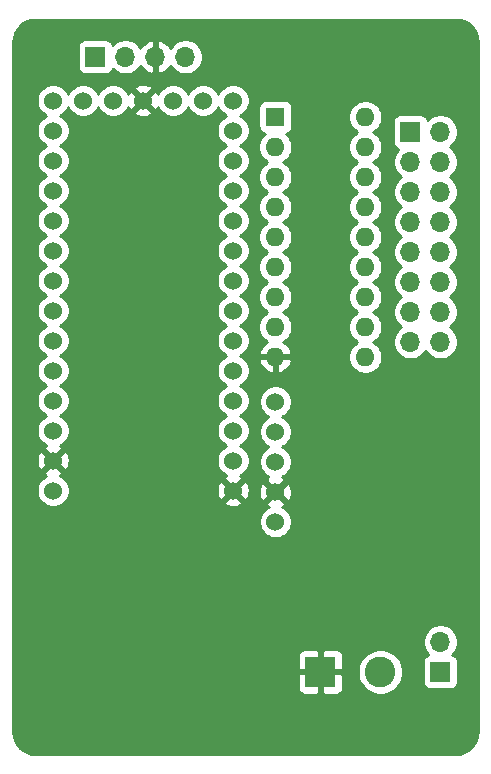
<source format=gbr>
G04 #@! TF.GenerationSoftware,KiCad,Pcbnew,(5.1.5)-3*
G04 #@! TF.CreationDate,2020-04-05T22:09:58+02:00*
G04 #@! TF.ProjectId,DrSquigglesController,44725371-7569-4676-976c-6573436f6e74,rev?*
G04 #@! TF.SameCoordinates,Original*
G04 #@! TF.FileFunction,Copper,L2,Bot*
G04 #@! TF.FilePolarity,Positive*
%FSLAX46Y46*%
G04 Gerber Fmt 4.6, Leading zero omitted, Abs format (unit mm)*
G04 Created by KiCad (PCBNEW (5.1.5)-3) date 2020-04-05 22:09:58*
%MOMM*%
%LPD*%
G04 APERTURE LIST*
%ADD10C,1.524000*%
%ADD11O,1.600000X1.600000*%
%ADD12R,1.600000X1.600000*%
%ADD13C,2.600000*%
%ADD14R,2.600000X2.600000*%
%ADD15O,1.700000X1.700000*%
%ADD16R,1.700000X1.700000*%
%ADD17C,0.254000*%
G04 APERTURE END LIST*
D10*
X108176999Y-96406999D03*
X108176999Y-93866999D03*
X108176999Y-91326999D03*
X108176999Y-88786999D03*
X108176999Y-86246999D03*
X108176999Y-83706999D03*
X108176999Y-81166999D03*
X108176999Y-78626999D03*
X108176999Y-76086999D03*
X108176999Y-73546999D03*
X108176999Y-71006999D03*
X108176999Y-68466999D03*
X108176999Y-65926999D03*
X108176999Y-63386999D03*
X110716999Y-63386999D03*
X113256999Y-63386999D03*
X115796999Y-63386999D03*
X118336999Y-63386999D03*
X120876999Y-63386999D03*
X123416999Y-63386999D03*
X123416999Y-65926999D03*
X123416999Y-68466999D03*
X123416999Y-71006999D03*
X123416999Y-73546999D03*
X123416999Y-76086999D03*
X123416999Y-78626999D03*
X123416999Y-81166999D03*
X123416999Y-83706999D03*
X123416999Y-86246999D03*
X123416999Y-88786999D03*
X123416999Y-91326999D03*
X123416999Y-93866999D03*
X123416999Y-96406999D03*
D11*
X134620000Y-64770000D03*
X127000000Y-85090000D03*
X134620000Y-67310000D03*
X127000000Y-82550000D03*
X134620000Y-69850000D03*
X127000000Y-80010000D03*
X134620000Y-72390000D03*
X127000000Y-77470000D03*
X134620000Y-74930000D03*
X127000000Y-74930000D03*
X134620000Y-77470000D03*
X127000000Y-72390000D03*
X134620000Y-80010000D03*
X127000000Y-69850000D03*
X134620000Y-82550000D03*
X127000000Y-67310000D03*
X134620000Y-85090000D03*
D12*
X127000000Y-64770000D03*
D10*
X127000000Y-99060000D03*
X127000000Y-96520000D03*
X127000000Y-93980000D03*
X127000000Y-91440000D03*
X127000000Y-88900000D03*
D13*
X135890000Y-111760000D03*
D14*
X130810000Y-111760000D03*
D15*
X140970000Y-83820000D03*
X138430000Y-83820000D03*
X140970000Y-81280000D03*
X138430000Y-81280000D03*
X140970000Y-78740000D03*
X138430000Y-78740000D03*
X140970000Y-76200000D03*
X138430000Y-76200000D03*
X140970000Y-73660000D03*
X138430000Y-73660000D03*
X140970000Y-71120000D03*
X138430000Y-71120000D03*
X140970000Y-68580000D03*
X138430000Y-68580000D03*
X140970000Y-66040000D03*
D16*
X138430000Y-66040000D03*
D15*
X140970000Y-109220000D03*
D16*
X140970000Y-111760000D03*
D15*
X119380000Y-59690000D03*
X116840000Y-59690000D03*
X114300000Y-59690000D03*
D16*
X111760000Y-59690000D03*
D17*
G36*
X142604545Y-56578909D02*
G01*
X142955208Y-56684780D01*
X143278625Y-56856744D01*
X143562484Y-57088254D01*
X143795965Y-57370486D01*
X143970183Y-57692695D01*
X144078502Y-58042614D01*
X144120000Y-58437443D01*
X144120001Y-59657572D01*
X144120000Y-59657582D01*
X144120001Y-63467581D01*
X144120000Y-116807721D01*
X144081091Y-117204545D01*
X143975220Y-117555206D01*
X143803257Y-117878623D01*
X143571748Y-118162482D01*
X143289514Y-118395965D01*
X142967304Y-118570184D01*
X142617385Y-118678502D01*
X142222557Y-118720000D01*
X106712279Y-118720000D01*
X106315455Y-118681091D01*
X105964794Y-118575220D01*
X105641377Y-118403257D01*
X105357518Y-118171748D01*
X105124035Y-117889514D01*
X104949816Y-117567304D01*
X104841498Y-117217385D01*
X104800000Y-116822557D01*
X104800000Y-113060000D01*
X128871928Y-113060000D01*
X128884188Y-113184482D01*
X128920498Y-113304180D01*
X128979463Y-113414494D01*
X129058815Y-113511185D01*
X129155506Y-113590537D01*
X129265820Y-113649502D01*
X129385518Y-113685812D01*
X129510000Y-113698072D01*
X130524250Y-113695000D01*
X130683000Y-113536250D01*
X130683000Y-111887000D01*
X130937000Y-111887000D01*
X130937000Y-113536250D01*
X131095750Y-113695000D01*
X132110000Y-113698072D01*
X132234482Y-113685812D01*
X132354180Y-113649502D01*
X132464494Y-113590537D01*
X132561185Y-113511185D01*
X132640537Y-113414494D01*
X132699502Y-113304180D01*
X132735812Y-113184482D01*
X132748072Y-113060000D01*
X132745000Y-112045750D01*
X132586250Y-111887000D01*
X130937000Y-111887000D01*
X130683000Y-111887000D01*
X129033750Y-111887000D01*
X128875000Y-112045750D01*
X128871928Y-113060000D01*
X104800000Y-113060000D01*
X104800000Y-110460000D01*
X128871928Y-110460000D01*
X128875000Y-111474250D01*
X129033750Y-111633000D01*
X130683000Y-111633000D01*
X130683000Y-109983750D01*
X130937000Y-109983750D01*
X130937000Y-111633000D01*
X132586250Y-111633000D01*
X132649831Y-111569419D01*
X133955000Y-111569419D01*
X133955000Y-111950581D01*
X134029361Y-112324419D01*
X134175225Y-112676566D01*
X134386987Y-112993491D01*
X134656509Y-113263013D01*
X134973434Y-113474775D01*
X135325581Y-113620639D01*
X135699419Y-113695000D01*
X136080581Y-113695000D01*
X136454419Y-113620639D01*
X136806566Y-113474775D01*
X137123491Y-113263013D01*
X137393013Y-112993491D01*
X137604775Y-112676566D01*
X137750639Y-112324419D01*
X137825000Y-111950581D01*
X137825000Y-111569419D01*
X137750639Y-111195581D01*
X137632348Y-110910000D01*
X139481928Y-110910000D01*
X139481928Y-112610000D01*
X139494188Y-112734482D01*
X139530498Y-112854180D01*
X139589463Y-112964494D01*
X139668815Y-113061185D01*
X139765506Y-113140537D01*
X139875820Y-113199502D01*
X139995518Y-113235812D01*
X140120000Y-113248072D01*
X141820000Y-113248072D01*
X141944482Y-113235812D01*
X142064180Y-113199502D01*
X142174494Y-113140537D01*
X142271185Y-113061185D01*
X142350537Y-112964494D01*
X142409502Y-112854180D01*
X142445812Y-112734482D01*
X142458072Y-112610000D01*
X142458072Y-110910000D01*
X142445812Y-110785518D01*
X142409502Y-110665820D01*
X142350537Y-110555506D01*
X142271185Y-110458815D01*
X142174494Y-110379463D01*
X142064180Y-110320498D01*
X141991620Y-110298487D01*
X142123475Y-110166632D01*
X142285990Y-109923411D01*
X142397932Y-109653158D01*
X142455000Y-109366260D01*
X142455000Y-109073740D01*
X142397932Y-108786842D01*
X142285990Y-108516589D01*
X142123475Y-108273368D01*
X141916632Y-108066525D01*
X141673411Y-107904010D01*
X141403158Y-107792068D01*
X141116260Y-107735000D01*
X140823740Y-107735000D01*
X140536842Y-107792068D01*
X140266589Y-107904010D01*
X140023368Y-108066525D01*
X139816525Y-108273368D01*
X139654010Y-108516589D01*
X139542068Y-108786842D01*
X139485000Y-109073740D01*
X139485000Y-109366260D01*
X139542068Y-109653158D01*
X139654010Y-109923411D01*
X139816525Y-110166632D01*
X139948380Y-110298487D01*
X139875820Y-110320498D01*
X139765506Y-110379463D01*
X139668815Y-110458815D01*
X139589463Y-110555506D01*
X139530498Y-110665820D01*
X139494188Y-110785518D01*
X139481928Y-110910000D01*
X137632348Y-110910000D01*
X137604775Y-110843434D01*
X137393013Y-110526509D01*
X137123491Y-110256987D01*
X136806566Y-110045225D01*
X136454419Y-109899361D01*
X136080581Y-109825000D01*
X135699419Y-109825000D01*
X135325581Y-109899361D01*
X134973434Y-110045225D01*
X134656509Y-110256987D01*
X134386987Y-110526509D01*
X134175225Y-110843434D01*
X134029361Y-111195581D01*
X133955000Y-111569419D01*
X132649831Y-111569419D01*
X132745000Y-111474250D01*
X132748072Y-110460000D01*
X132735812Y-110335518D01*
X132699502Y-110215820D01*
X132640537Y-110105506D01*
X132561185Y-110008815D01*
X132464494Y-109929463D01*
X132354180Y-109870498D01*
X132234482Y-109834188D01*
X132110000Y-109821928D01*
X131095750Y-109825000D01*
X130937000Y-109983750D01*
X130683000Y-109983750D01*
X130524250Y-109825000D01*
X129510000Y-109821928D01*
X129385518Y-109834188D01*
X129265820Y-109870498D01*
X129155506Y-109929463D01*
X129058815Y-110008815D01*
X128979463Y-110105506D01*
X128920498Y-110215820D01*
X128884188Y-110335518D01*
X128871928Y-110460000D01*
X104800000Y-110460000D01*
X104800000Y-98922408D01*
X125603000Y-98922408D01*
X125603000Y-99197592D01*
X125656686Y-99467490D01*
X125761995Y-99721727D01*
X125914880Y-99950535D01*
X126109465Y-100145120D01*
X126338273Y-100298005D01*
X126592510Y-100403314D01*
X126862408Y-100457000D01*
X127137592Y-100457000D01*
X127407490Y-100403314D01*
X127661727Y-100298005D01*
X127890535Y-100145120D01*
X128085120Y-99950535D01*
X128238005Y-99721727D01*
X128343314Y-99467490D01*
X128397000Y-99197592D01*
X128397000Y-98922408D01*
X128343314Y-98652510D01*
X128238005Y-98398273D01*
X128085120Y-98169465D01*
X127890535Y-97974880D01*
X127661727Y-97821995D01*
X127590057Y-97792308D01*
X127603023Y-97787636D01*
X127718980Y-97725656D01*
X127785960Y-97485565D01*
X127000000Y-96699605D01*
X126214040Y-97485565D01*
X126281020Y-97725656D01*
X126416760Y-97789485D01*
X126338273Y-97821995D01*
X126109465Y-97974880D01*
X125914880Y-98169465D01*
X125761995Y-98398273D01*
X125656686Y-98652510D01*
X125603000Y-98922408D01*
X104800000Y-98922408D01*
X104800000Y-96269407D01*
X106779999Y-96269407D01*
X106779999Y-96544591D01*
X106833685Y-96814489D01*
X106938994Y-97068726D01*
X107091879Y-97297534D01*
X107286464Y-97492119D01*
X107515272Y-97645004D01*
X107769509Y-97750313D01*
X108039407Y-97803999D01*
X108314591Y-97803999D01*
X108584489Y-97750313D01*
X108838726Y-97645004D01*
X109067534Y-97492119D01*
X109187089Y-97372564D01*
X122631039Y-97372564D01*
X122698019Y-97612655D01*
X122947047Y-97729755D01*
X123214134Y-97796022D01*
X123489016Y-97808909D01*
X123761132Y-97767921D01*
X124020022Y-97674635D01*
X124135979Y-97612655D01*
X124202959Y-97372564D01*
X123416999Y-96586604D01*
X122631039Y-97372564D01*
X109187089Y-97372564D01*
X109262119Y-97297534D01*
X109415004Y-97068726D01*
X109520313Y-96814489D01*
X109573999Y-96544591D01*
X109573999Y-96479016D01*
X122015089Y-96479016D01*
X122056077Y-96751132D01*
X122149363Y-97010022D01*
X122211343Y-97125979D01*
X122451434Y-97192959D01*
X123237394Y-96406999D01*
X123596604Y-96406999D01*
X124382564Y-97192959D01*
X124622655Y-97125979D01*
X124739755Y-96876951D01*
X124806022Y-96609864D01*
X124806858Y-96592017D01*
X125598090Y-96592017D01*
X125639078Y-96864133D01*
X125732364Y-97123023D01*
X125794344Y-97238980D01*
X126034435Y-97305960D01*
X126820395Y-96520000D01*
X127179605Y-96520000D01*
X127965565Y-97305960D01*
X128205656Y-97238980D01*
X128322756Y-96989952D01*
X128389023Y-96722865D01*
X128401910Y-96447983D01*
X128360922Y-96175867D01*
X128267636Y-95916977D01*
X128205656Y-95801020D01*
X127965565Y-95734040D01*
X127179605Y-96520000D01*
X126820395Y-96520000D01*
X126034435Y-95734040D01*
X125794344Y-95801020D01*
X125677244Y-96050048D01*
X125610977Y-96317135D01*
X125598090Y-96592017D01*
X124806858Y-96592017D01*
X124818909Y-96334982D01*
X124777921Y-96062866D01*
X124684635Y-95803976D01*
X124622655Y-95688019D01*
X124382564Y-95621039D01*
X123596604Y-96406999D01*
X123237394Y-96406999D01*
X122451434Y-95621039D01*
X122211343Y-95688019D01*
X122094243Y-95937047D01*
X122027976Y-96204134D01*
X122015089Y-96479016D01*
X109573999Y-96479016D01*
X109573999Y-96269407D01*
X109520313Y-95999509D01*
X109415004Y-95745272D01*
X109262119Y-95516464D01*
X109067534Y-95321879D01*
X108838726Y-95168994D01*
X108767056Y-95139307D01*
X108780022Y-95134635D01*
X108895979Y-95072655D01*
X108962959Y-94832564D01*
X108176999Y-94046604D01*
X107391039Y-94832564D01*
X107458019Y-95072655D01*
X107593759Y-95136484D01*
X107515272Y-95168994D01*
X107286464Y-95321879D01*
X107091879Y-95516464D01*
X106938994Y-95745272D01*
X106833685Y-95999509D01*
X106779999Y-96269407D01*
X104800000Y-96269407D01*
X104800000Y-93939016D01*
X106775089Y-93939016D01*
X106816077Y-94211132D01*
X106909363Y-94470022D01*
X106971343Y-94585979D01*
X107211434Y-94652959D01*
X107997394Y-93866999D01*
X108356604Y-93866999D01*
X109142564Y-94652959D01*
X109382655Y-94585979D01*
X109499755Y-94336951D01*
X109566022Y-94069864D01*
X109578909Y-93794982D01*
X109537921Y-93522866D01*
X109444635Y-93263976D01*
X109382655Y-93148019D01*
X109142564Y-93081039D01*
X108356604Y-93866999D01*
X107997394Y-93866999D01*
X107211434Y-93081039D01*
X106971343Y-93148019D01*
X106854243Y-93397047D01*
X106787976Y-93664134D01*
X106775089Y-93939016D01*
X104800000Y-93939016D01*
X104800000Y-63249407D01*
X106779999Y-63249407D01*
X106779999Y-63524591D01*
X106833685Y-63794489D01*
X106938994Y-64048726D01*
X107091879Y-64277534D01*
X107286464Y-64472119D01*
X107515272Y-64625004D01*
X107592514Y-64656999D01*
X107515272Y-64688994D01*
X107286464Y-64841879D01*
X107091879Y-65036464D01*
X106938994Y-65265272D01*
X106833685Y-65519509D01*
X106779999Y-65789407D01*
X106779999Y-66064591D01*
X106833685Y-66334489D01*
X106938994Y-66588726D01*
X107091879Y-66817534D01*
X107286464Y-67012119D01*
X107515272Y-67165004D01*
X107592514Y-67196999D01*
X107515272Y-67228994D01*
X107286464Y-67381879D01*
X107091879Y-67576464D01*
X106938994Y-67805272D01*
X106833685Y-68059509D01*
X106779999Y-68329407D01*
X106779999Y-68604591D01*
X106833685Y-68874489D01*
X106938994Y-69128726D01*
X107091879Y-69357534D01*
X107286464Y-69552119D01*
X107515272Y-69705004D01*
X107592514Y-69736999D01*
X107515272Y-69768994D01*
X107286464Y-69921879D01*
X107091879Y-70116464D01*
X106938994Y-70345272D01*
X106833685Y-70599509D01*
X106779999Y-70869407D01*
X106779999Y-71144591D01*
X106833685Y-71414489D01*
X106938994Y-71668726D01*
X107091879Y-71897534D01*
X107286464Y-72092119D01*
X107515272Y-72245004D01*
X107592514Y-72276999D01*
X107515272Y-72308994D01*
X107286464Y-72461879D01*
X107091879Y-72656464D01*
X106938994Y-72885272D01*
X106833685Y-73139509D01*
X106779999Y-73409407D01*
X106779999Y-73684591D01*
X106833685Y-73954489D01*
X106938994Y-74208726D01*
X107091879Y-74437534D01*
X107286464Y-74632119D01*
X107515272Y-74785004D01*
X107592514Y-74816999D01*
X107515272Y-74848994D01*
X107286464Y-75001879D01*
X107091879Y-75196464D01*
X106938994Y-75425272D01*
X106833685Y-75679509D01*
X106779999Y-75949407D01*
X106779999Y-76224591D01*
X106833685Y-76494489D01*
X106938994Y-76748726D01*
X107091879Y-76977534D01*
X107286464Y-77172119D01*
X107515272Y-77325004D01*
X107592514Y-77356999D01*
X107515272Y-77388994D01*
X107286464Y-77541879D01*
X107091879Y-77736464D01*
X106938994Y-77965272D01*
X106833685Y-78219509D01*
X106779999Y-78489407D01*
X106779999Y-78764591D01*
X106833685Y-79034489D01*
X106938994Y-79288726D01*
X107091879Y-79517534D01*
X107286464Y-79712119D01*
X107515272Y-79865004D01*
X107592514Y-79896999D01*
X107515272Y-79928994D01*
X107286464Y-80081879D01*
X107091879Y-80276464D01*
X106938994Y-80505272D01*
X106833685Y-80759509D01*
X106779999Y-81029407D01*
X106779999Y-81304591D01*
X106833685Y-81574489D01*
X106938994Y-81828726D01*
X107091879Y-82057534D01*
X107286464Y-82252119D01*
X107515272Y-82405004D01*
X107592514Y-82436999D01*
X107515272Y-82468994D01*
X107286464Y-82621879D01*
X107091879Y-82816464D01*
X106938994Y-83045272D01*
X106833685Y-83299509D01*
X106779999Y-83569407D01*
X106779999Y-83844591D01*
X106833685Y-84114489D01*
X106938994Y-84368726D01*
X107091879Y-84597534D01*
X107286464Y-84792119D01*
X107515272Y-84945004D01*
X107592514Y-84976999D01*
X107515272Y-85008994D01*
X107286464Y-85161879D01*
X107091879Y-85356464D01*
X106938994Y-85585272D01*
X106833685Y-85839509D01*
X106779999Y-86109407D01*
X106779999Y-86384591D01*
X106833685Y-86654489D01*
X106938994Y-86908726D01*
X107091879Y-87137534D01*
X107286464Y-87332119D01*
X107515272Y-87485004D01*
X107592514Y-87516999D01*
X107515272Y-87548994D01*
X107286464Y-87701879D01*
X107091879Y-87896464D01*
X106938994Y-88125272D01*
X106833685Y-88379509D01*
X106779999Y-88649407D01*
X106779999Y-88924591D01*
X106833685Y-89194489D01*
X106938994Y-89448726D01*
X107091879Y-89677534D01*
X107286464Y-89872119D01*
X107515272Y-90025004D01*
X107592514Y-90056999D01*
X107515272Y-90088994D01*
X107286464Y-90241879D01*
X107091879Y-90436464D01*
X106938994Y-90665272D01*
X106833685Y-90919509D01*
X106779999Y-91189407D01*
X106779999Y-91464591D01*
X106833685Y-91734489D01*
X106938994Y-91988726D01*
X107091879Y-92217534D01*
X107286464Y-92412119D01*
X107515272Y-92565004D01*
X107586942Y-92594691D01*
X107573976Y-92599363D01*
X107458019Y-92661343D01*
X107391039Y-92901434D01*
X108176999Y-93687394D01*
X108962959Y-92901434D01*
X108895979Y-92661343D01*
X108760239Y-92597514D01*
X108838726Y-92565004D01*
X109067534Y-92412119D01*
X109262119Y-92217534D01*
X109415004Y-91988726D01*
X109520313Y-91734489D01*
X109573999Y-91464591D01*
X109573999Y-91189407D01*
X109520313Y-90919509D01*
X109415004Y-90665272D01*
X109262119Y-90436464D01*
X109067534Y-90241879D01*
X108838726Y-90088994D01*
X108761484Y-90056999D01*
X108838726Y-90025004D01*
X109067534Y-89872119D01*
X109262119Y-89677534D01*
X109415004Y-89448726D01*
X109520313Y-89194489D01*
X109573999Y-88924591D01*
X109573999Y-88649407D01*
X109520313Y-88379509D01*
X109415004Y-88125272D01*
X109262119Y-87896464D01*
X109067534Y-87701879D01*
X108838726Y-87548994D01*
X108761484Y-87516999D01*
X108838726Y-87485004D01*
X109067534Y-87332119D01*
X109262119Y-87137534D01*
X109415004Y-86908726D01*
X109520313Y-86654489D01*
X109573999Y-86384591D01*
X109573999Y-86109407D01*
X109520313Y-85839509D01*
X109415004Y-85585272D01*
X109262119Y-85356464D01*
X109067534Y-85161879D01*
X108838726Y-85008994D01*
X108761484Y-84976999D01*
X108838726Y-84945004D01*
X109067534Y-84792119D01*
X109262119Y-84597534D01*
X109415004Y-84368726D01*
X109520313Y-84114489D01*
X109573999Y-83844591D01*
X109573999Y-83569407D01*
X109520313Y-83299509D01*
X109415004Y-83045272D01*
X109262119Y-82816464D01*
X109067534Y-82621879D01*
X108838726Y-82468994D01*
X108761484Y-82436999D01*
X108838726Y-82405004D01*
X109067534Y-82252119D01*
X109262119Y-82057534D01*
X109415004Y-81828726D01*
X109520313Y-81574489D01*
X109573999Y-81304591D01*
X109573999Y-81029407D01*
X109520313Y-80759509D01*
X109415004Y-80505272D01*
X109262119Y-80276464D01*
X109067534Y-80081879D01*
X108838726Y-79928994D01*
X108761484Y-79896999D01*
X108838726Y-79865004D01*
X109067534Y-79712119D01*
X109262119Y-79517534D01*
X109415004Y-79288726D01*
X109520313Y-79034489D01*
X109573999Y-78764591D01*
X109573999Y-78489407D01*
X109520313Y-78219509D01*
X109415004Y-77965272D01*
X109262119Y-77736464D01*
X109067534Y-77541879D01*
X108838726Y-77388994D01*
X108761484Y-77356999D01*
X108838726Y-77325004D01*
X109067534Y-77172119D01*
X109262119Y-76977534D01*
X109415004Y-76748726D01*
X109520313Y-76494489D01*
X109573999Y-76224591D01*
X109573999Y-75949407D01*
X109520313Y-75679509D01*
X109415004Y-75425272D01*
X109262119Y-75196464D01*
X109067534Y-75001879D01*
X108838726Y-74848994D01*
X108761484Y-74816999D01*
X108838726Y-74785004D01*
X109067534Y-74632119D01*
X109262119Y-74437534D01*
X109415004Y-74208726D01*
X109520313Y-73954489D01*
X109573999Y-73684591D01*
X109573999Y-73409407D01*
X109520313Y-73139509D01*
X109415004Y-72885272D01*
X109262119Y-72656464D01*
X109067534Y-72461879D01*
X108838726Y-72308994D01*
X108761484Y-72276999D01*
X108838726Y-72245004D01*
X109067534Y-72092119D01*
X109262119Y-71897534D01*
X109415004Y-71668726D01*
X109520313Y-71414489D01*
X109573999Y-71144591D01*
X109573999Y-70869407D01*
X109520313Y-70599509D01*
X109415004Y-70345272D01*
X109262119Y-70116464D01*
X109067534Y-69921879D01*
X108838726Y-69768994D01*
X108761484Y-69736999D01*
X108838726Y-69705004D01*
X109067534Y-69552119D01*
X109262119Y-69357534D01*
X109415004Y-69128726D01*
X109520313Y-68874489D01*
X109573999Y-68604591D01*
X109573999Y-68329407D01*
X109520313Y-68059509D01*
X109415004Y-67805272D01*
X109262119Y-67576464D01*
X109067534Y-67381879D01*
X108838726Y-67228994D01*
X108761484Y-67196999D01*
X108838726Y-67165004D01*
X109067534Y-67012119D01*
X109262119Y-66817534D01*
X109415004Y-66588726D01*
X109520313Y-66334489D01*
X109573999Y-66064591D01*
X109573999Y-65789407D01*
X109520313Y-65519509D01*
X109415004Y-65265272D01*
X109262119Y-65036464D01*
X109067534Y-64841879D01*
X108838726Y-64688994D01*
X108761484Y-64656999D01*
X108838726Y-64625004D01*
X109067534Y-64472119D01*
X109262119Y-64277534D01*
X109415004Y-64048726D01*
X109446999Y-63971484D01*
X109478994Y-64048726D01*
X109631879Y-64277534D01*
X109826464Y-64472119D01*
X110055272Y-64625004D01*
X110309509Y-64730313D01*
X110579407Y-64783999D01*
X110854591Y-64783999D01*
X111124489Y-64730313D01*
X111378726Y-64625004D01*
X111607534Y-64472119D01*
X111802119Y-64277534D01*
X111955004Y-64048726D01*
X111986999Y-63971484D01*
X112018994Y-64048726D01*
X112171879Y-64277534D01*
X112366464Y-64472119D01*
X112595272Y-64625004D01*
X112849509Y-64730313D01*
X113119407Y-64783999D01*
X113394591Y-64783999D01*
X113664489Y-64730313D01*
X113918726Y-64625004D01*
X114147534Y-64472119D01*
X114267089Y-64352564D01*
X115011039Y-64352564D01*
X115078019Y-64592655D01*
X115327047Y-64709755D01*
X115594134Y-64776022D01*
X115869016Y-64788909D01*
X116141132Y-64747921D01*
X116400022Y-64654635D01*
X116515979Y-64592655D01*
X116582959Y-64352564D01*
X115796999Y-63566604D01*
X115011039Y-64352564D01*
X114267089Y-64352564D01*
X114342119Y-64277534D01*
X114495004Y-64048726D01*
X114524691Y-63977056D01*
X114529363Y-63990022D01*
X114591343Y-64105979D01*
X114831434Y-64172959D01*
X115617394Y-63386999D01*
X115976604Y-63386999D01*
X116762564Y-64172959D01*
X117002655Y-64105979D01*
X117066484Y-63970239D01*
X117098994Y-64048726D01*
X117251879Y-64277534D01*
X117446464Y-64472119D01*
X117675272Y-64625004D01*
X117929509Y-64730313D01*
X118199407Y-64783999D01*
X118474591Y-64783999D01*
X118744489Y-64730313D01*
X118998726Y-64625004D01*
X119227534Y-64472119D01*
X119422119Y-64277534D01*
X119575004Y-64048726D01*
X119606999Y-63971484D01*
X119638994Y-64048726D01*
X119791879Y-64277534D01*
X119986464Y-64472119D01*
X120215272Y-64625004D01*
X120469509Y-64730313D01*
X120739407Y-64783999D01*
X121014591Y-64783999D01*
X121284489Y-64730313D01*
X121538726Y-64625004D01*
X121767534Y-64472119D01*
X121962119Y-64277534D01*
X122115004Y-64048726D01*
X122146999Y-63971484D01*
X122178994Y-64048726D01*
X122331879Y-64277534D01*
X122526464Y-64472119D01*
X122755272Y-64625004D01*
X122832514Y-64656999D01*
X122755272Y-64688994D01*
X122526464Y-64841879D01*
X122331879Y-65036464D01*
X122178994Y-65265272D01*
X122073685Y-65519509D01*
X122019999Y-65789407D01*
X122019999Y-66064591D01*
X122073685Y-66334489D01*
X122178994Y-66588726D01*
X122331879Y-66817534D01*
X122526464Y-67012119D01*
X122755272Y-67165004D01*
X122832514Y-67196999D01*
X122755272Y-67228994D01*
X122526464Y-67381879D01*
X122331879Y-67576464D01*
X122178994Y-67805272D01*
X122073685Y-68059509D01*
X122019999Y-68329407D01*
X122019999Y-68604591D01*
X122073685Y-68874489D01*
X122178994Y-69128726D01*
X122331879Y-69357534D01*
X122526464Y-69552119D01*
X122755272Y-69705004D01*
X122832514Y-69736999D01*
X122755272Y-69768994D01*
X122526464Y-69921879D01*
X122331879Y-70116464D01*
X122178994Y-70345272D01*
X122073685Y-70599509D01*
X122019999Y-70869407D01*
X122019999Y-71144591D01*
X122073685Y-71414489D01*
X122178994Y-71668726D01*
X122331879Y-71897534D01*
X122526464Y-72092119D01*
X122755272Y-72245004D01*
X122832514Y-72276999D01*
X122755272Y-72308994D01*
X122526464Y-72461879D01*
X122331879Y-72656464D01*
X122178994Y-72885272D01*
X122073685Y-73139509D01*
X122019999Y-73409407D01*
X122019999Y-73684591D01*
X122073685Y-73954489D01*
X122178994Y-74208726D01*
X122331879Y-74437534D01*
X122526464Y-74632119D01*
X122755272Y-74785004D01*
X122832514Y-74816999D01*
X122755272Y-74848994D01*
X122526464Y-75001879D01*
X122331879Y-75196464D01*
X122178994Y-75425272D01*
X122073685Y-75679509D01*
X122019999Y-75949407D01*
X122019999Y-76224591D01*
X122073685Y-76494489D01*
X122178994Y-76748726D01*
X122331879Y-76977534D01*
X122526464Y-77172119D01*
X122755272Y-77325004D01*
X122832514Y-77356999D01*
X122755272Y-77388994D01*
X122526464Y-77541879D01*
X122331879Y-77736464D01*
X122178994Y-77965272D01*
X122073685Y-78219509D01*
X122019999Y-78489407D01*
X122019999Y-78764591D01*
X122073685Y-79034489D01*
X122178994Y-79288726D01*
X122331879Y-79517534D01*
X122526464Y-79712119D01*
X122755272Y-79865004D01*
X122832514Y-79896999D01*
X122755272Y-79928994D01*
X122526464Y-80081879D01*
X122331879Y-80276464D01*
X122178994Y-80505272D01*
X122073685Y-80759509D01*
X122019999Y-81029407D01*
X122019999Y-81304591D01*
X122073685Y-81574489D01*
X122178994Y-81828726D01*
X122331879Y-82057534D01*
X122526464Y-82252119D01*
X122755272Y-82405004D01*
X122832514Y-82436999D01*
X122755272Y-82468994D01*
X122526464Y-82621879D01*
X122331879Y-82816464D01*
X122178994Y-83045272D01*
X122073685Y-83299509D01*
X122019999Y-83569407D01*
X122019999Y-83844591D01*
X122073685Y-84114489D01*
X122178994Y-84368726D01*
X122331879Y-84597534D01*
X122526464Y-84792119D01*
X122755272Y-84945004D01*
X122832514Y-84976999D01*
X122755272Y-85008994D01*
X122526464Y-85161879D01*
X122331879Y-85356464D01*
X122178994Y-85585272D01*
X122073685Y-85839509D01*
X122019999Y-86109407D01*
X122019999Y-86384591D01*
X122073685Y-86654489D01*
X122178994Y-86908726D01*
X122331879Y-87137534D01*
X122526464Y-87332119D01*
X122755272Y-87485004D01*
X122832514Y-87516999D01*
X122755272Y-87548994D01*
X122526464Y-87701879D01*
X122331879Y-87896464D01*
X122178994Y-88125272D01*
X122073685Y-88379509D01*
X122019999Y-88649407D01*
X122019999Y-88924591D01*
X122073685Y-89194489D01*
X122178994Y-89448726D01*
X122331879Y-89677534D01*
X122526464Y-89872119D01*
X122755272Y-90025004D01*
X122832514Y-90056999D01*
X122755272Y-90088994D01*
X122526464Y-90241879D01*
X122331879Y-90436464D01*
X122178994Y-90665272D01*
X122073685Y-90919509D01*
X122019999Y-91189407D01*
X122019999Y-91464591D01*
X122073685Y-91734489D01*
X122178994Y-91988726D01*
X122331879Y-92217534D01*
X122526464Y-92412119D01*
X122755272Y-92565004D01*
X122832514Y-92596999D01*
X122755272Y-92628994D01*
X122526464Y-92781879D01*
X122331879Y-92976464D01*
X122178994Y-93205272D01*
X122073685Y-93459509D01*
X122019999Y-93729407D01*
X122019999Y-94004591D01*
X122073685Y-94274489D01*
X122178994Y-94528726D01*
X122331879Y-94757534D01*
X122526464Y-94952119D01*
X122755272Y-95105004D01*
X122826942Y-95134691D01*
X122813976Y-95139363D01*
X122698019Y-95201343D01*
X122631039Y-95441434D01*
X123416999Y-96227394D01*
X124202959Y-95441434D01*
X124135979Y-95201343D01*
X124000239Y-95137514D01*
X124078726Y-95105004D01*
X124307534Y-94952119D01*
X124502119Y-94757534D01*
X124655004Y-94528726D01*
X124760313Y-94274489D01*
X124813999Y-94004591D01*
X124813999Y-93729407D01*
X124760313Y-93459509D01*
X124655004Y-93205272D01*
X124502119Y-92976464D01*
X124307534Y-92781879D01*
X124078726Y-92628994D01*
X124001484Y-92596999D01*
X124078726Y-92565004D01*
X124307534Y-92412119D01*
X124502119Y-92217534D01*
X124655004Y-91988726D01*
X124760313Y-91734489D01*
X124813999Y-91464591D01*
X124813999Y-91189407D01*
X124760313Y-90919509D01*
X124655004Y-90665272D01*
X124502119Y-90436464D01*
X124307534Y-90241879D01*
X124078726Y-90088994D01*
X124001484Y-90056999D01*
X124078726Y-90025004D01*
X124307534Y-89872119D01*
X124502119Y-89677534D01*
X124655004Y-89448726D01*
X124760313Y-89194489D01*
X124813999Y-88924591D01*
X124813999Y-88762408D01*
X125603000Y-88762408D01*
X125603000Y-89037592D01*
X125656686Y-89307490D01*
X125761995Y-89561727D01*
X125914880Y-89790535D01*
X126109465Y-89985120D01*
X126338273Y-90138005D01*
X126415515Y-90170000D01*
X126338273Y-90201995D01*
X126109465Y-90354880D01*
X125914880Y-90549465D01*
X125761995Y-90778273D01*
X125656686Y-91032510D01*
X125603000Y-91302408D01*
X125603000Y-91577592D01*
X125656686Y-91847490D01*
X125761995Y-92101727D01*
X125914880Y-92330535D01*
X126109465Y-92525120D01*
X126338273Y-92678005D01*
X126415515Y-92710000D01*
X126338273Y-92741995D01*
X126109465Y-92894880D01*
X125914880Y-93089465D01*
X125761995Y-93318273D01*
X125656686Y-93572510D01*
X125603000Y-93842408D01*
X125603000Y-94117592D01*
X125656686Y-94387490D01*
X125761995Y-94641727D01*
X125914880Y-94870535D01*
X126109465Y-95065120D01*
X126338273Y-95218005D01*
X126409943Y-95247692D01*
X126396977Y-95252364D01*
X126281020Y-95314344D01*
X126214040Y-95554435D01*
X127000000Y-96340395D01*
X127785960Y-95554435D01*
X127718980Y-95314344D01*
X127583240Y-95250515D01*
X127661727Y-95218005D01*
X127890535Y-95065120D01*
X128085120Y-94870535D01*
X128238005Y-94641727D01*
X128343314Y-94387490D01*
X128397000Y-94117592D01*
X128397000Y-93842408D01*
X128343314Y-93572510D01*
X128238005Y-93318273D01*
X128085120Y-93089465D01*
X127890535Y-92894880D01*
X127661727Y-92741995D01*
X127584485Y-92710000D01*
X127661727Y-92678005D01*
X127890535Y-92525120D01*
X128085120Y-92330535D01*
X128238005Y-92101727D01*
X128343314Y-91847490D01*
X128397000Y-91577592D01*
X128397000Y-91302408D01*
X128343314Y-91032510D01*
X128238005Y-90778273D01*
X128085120Y-90549465D01*
X127890535Y-90354880D01*
X127661727Y-90201995D01*
X127584485Y-90170000D01*
X127661727Y-90138005D01*
X127890535Y-89985120D01*
X128085120Y-89790535D01*
X128238005Y-89561727D01*
X128343314Y-89307490D01*
X128397000Y-89037592D01*
X128397000Y-88762408D01*
X128343314Y-88492510D01*
X128238005Y-88238273D01*
X128085120Y-88009465D01*
X127890535Y-87814880D01*
X127661727Y-87661995D01*
X127407490Y-87556686D01*
X127137592Y-87503000D01*
X126862408Y-87503000D01*
X126592510Y-87556686D01*
X126338273Y-87661995D01*
X126109465Y-87814880D01*
X125914880Y-88009465D01*
X125761995Y-88238273D01*
X125656686Y-88492510D01*
X125603000Y-88762408D01*
X124813999Y-88762408D01*
X124813999Y-88649407D01*
X124760313Y-88379509D01*
X124655004Y-88125272D01*
X124502119Y-87896464D01*
X124307534Y-87701879D01*
X124078726Y-87548994D01*
X124001484Y-87516999D01*
X124078726Y-87485004D01*
X124307534Y-87332119D01*
X124502119Y-87137534D01*
X124655004Y-86908726D01*
X124760313Y-86654489D01*
X124813999Y-86384591D01*
X124813999Y-86109407D01*
X124760313Y-85839509D01*
X124655004Y-85585272D01*
X124557294Y-85439039D01*
X125608096Y-85439039D01*
X125648754Y-85573087D01*
X125768963Y-85827420D01*
X125936481Y-86053414D01*
X126144869Y-86242385D01*
X126386119Y-86387070D01*
X126650960Y-86481909D01*
X126873000Y-86360624D01*
X126873000Y-85217000D01*
X127127000Y-85217000D01*
X127127000Y-86360624D01*
X127349040Y-86481909D01*
X127613881Y-86387070D01*
X127855131Y-86242385D01*
X128063519Y-86053414D01*
X128231037Y-85827420D01*
X128351246Y-85573087D01*
X128391904Y-85439039D01*
X128269915Y-85217000D01*
X127127000Y-85217000D01*
X126873000Y-85217000D01*
X125730085Y-85217000D01*
X125608096Y-85439039D01*
X124557294Y-85439039D01*
X124502119Y-85356464D01*
X124307534Y-85161879D01*
X124078726Y-85008994D01*
X124001484Y-84976999D01*
X124078726Y-84945004D01*
X124307534Y-84792119D01*
X124502119Y-84597534D01*
X124655004Y-84368726D01*
X124760313Y-84114489D01*
X124813999Y-83844591D01*
X124813999Y-83569407D01*
X124760313Y-83299509D01*
X124655004Y-83045272D01*
X124502119Y-82816464D01*
X124307534Y-82621879D01*
X124078726Y-82468994D01*
X124001484Y-82436999D01*
X124078726Y-82405004D01*
X124307534Y-82252119D01*
X124502119Y-82057534D01*
X124655004Y-81828726D01*
X124760313Y-81574489D01*
X124813999Y-81304591D01*
X124813999Y-81029407D01*
X124760313Y-80759509D01*
X124655004Y-80505272D01*
X124502119Y-80276464D01*
X124307534Y-80081879D01*
X124078726Y-79928994D01*
X124001484Y-79896999D01*
X124078726Y-79865004D01*
X124307534Y-79712119D01*
X124502119Y-79517534D01*
X124655004Y-79288726D01*
X124760313Y-79034489D01*
X124813999Y-78764591D01*
X124813999Y-78489407D01*
X124760313Y-78219509D01*
X124655004Y-77965272D01*
X124502119Y-77736464D01*
X124307534Y-77541879D01*
X124078726Y-77388994D01*
X124001484Y-77356999D01*
X124078726Y-77325004D01*
X124307534Y-77172119D01*
X124502119Y-76977534D01*
X124655004Y-76748726D01*
X124760313Y-76494489D01*
X124813999Y-76224591D01*
X124813999Y-75949407D01*
X124760313Y-75679509D01*
X124655004Y-75425272D01*
X124502119Y-75196464D01*
X124307534Y-75001879D01*
X124078726Y-74848994D01*
X124001484Y-74816999D01*
X124078726Y-74785004D01*
X124307534Y-74632119D01*
X124502119Y-74437534D01*
X124655004Y-74208726D01*
X124760313Y-73954489D01*
X124813999Y-73684591D01*
X124813999Y-73409407D01*
X124760313Y-73139509D01*
X124655004Y-72885272D01*
X124502119Y-72656464D01*
X124307534Y-72461879D01*
X124078726Y-72308994D01*
X124001484Y-72276999D01*
X124078726Y-72245004D01*
X124307534Y-72092119D01*
X124502119Y-71897534D01*
X124655004Y-71668726D01*
X124760313Y-71414489D01*
X124813999Y-71144591D01*
X124813999Y-70869407D01*
X124760313Y-70599509D01*
X124655004Y-70345272D01*
X124502119Y-70116464D01*
X124307534Y-69921879D01*
X124078726Y-69768994D01*
X124001484Y-69736999D01*
X124078726Y-69705004D01*
X124307534Y-69552119D01*
X124502119Y-69357534D01*
X124655004Y-69128726D01*
X124760313Y-68874489D01*
X124813999Y-68604591D01*
X124813999Y-68329407D01*
X124760313Y-68059509D01*
X124655004Y-67805272D01*
X124502119Y-67576464D01*
X124307534Y-67381879D01*
X124078726Y-67228994D01*
X124001484Y-67196999D01*
X124078726Y-67165004D01*
X124307534Y-67012119D01*
X124502119Y-66817534D01*
X124655004Y-66588726D01*
X124760313Y-66334489D01*
X124813999Y-66064591D01*
X124813999Y-65789407D01*
X124760313Y-65519509D01*
X124655004Y-65265272D01*
X124502119Y-65036464D01*
X124307534Y-64841879D01*
X124078726Y-64688994D01*
X124001484Y-64656999D01*
X124078726Y-64625004D01*
X124307534Y-64472119D01*
X124502119Y-64277534D01*
X124655004Y-64048726D01*
X124687613Y-63970000D01*
X125561928Y-63970000D01*
X125561928Y-65570000D01*
X125574188Y-65694482D01*
X125610498Y-65814180D01*
X125669463Y-65924494D01*
X125748815Y-66021185D01*
X125845506Y-66100537D01*
X125955820Y-66159502D01*
X126075518Y-66195812D01*
X126083961Y-66196643D01*
X125885363Y-66395241D01*
X125728320Y-66630273D01*
X125620147Y-66891426D01*
X125565000Y-67168665D01*
X125565000Y-67451335D01*
X125620147Y-67728574D01*
X125728320Y-67989727D01*
X125885363Y-68224759D01*
X126085241Y-68424637D01*
X126317759Y-68580000D01*
X126085241Y-68735363D01*
X125885363Y-68935241D01*
X125728320Y-69170273D01*
X125620147Y-69431426D01*
X125565000Y-69708665D01*
X125565000Y-69991335D01*
X125620147Y-70268574D01*
X125728320Y-70529727D01*
X125885363Y-70764759D01*
X126085241Y-70964637D01*
X126317759Y-71120000D01*
X126085241Y-71275363D01*
X125885363Y-71475241D01*
X125728320Y-71710273D01*
X125620147Y-71971426D01*
X125565000Y-72248665D01*
X125565000Y-72531335D01*
X125620147Y-72808574D01*
X125728320Y-73069727D01*
X125885363Y-73304759D01*
X126085241Y-73504637D01*
X126317759Y-73660000D01*
X126085241Y-73815363D01*
X125885363Y-74015241D01*
X125728320Y-74250273D01*
X125620147Y-74511426D01*
X125565000Y-74788665D01*
X125565000Y-75071335D01*
X125620147Y-75348574D01*
X125728320Y-75609727D01*
X125885363Y-75844759D01*
X126085241Y-76044637D01*
X126317759Y-76200000D01*
X126085241Y-76355363D01*
X125885363Y-76555241D01*
X125728320Y-76790273D01*
X125620147Y-77051426D01*
X125565000Y-77328665D01*
X125565000Y-77611335D01*
X125620147Y-77888574D01*
X125728320Y-78149727D01*
X125885363Y-78384759D01*
X126085241Y-78584637D01*
X126317759Y-78740000D01*
X126085241Y-78895363D01*
X125885363Y-79095241D01*
X125728320Y-79330273D01*
X125620147Y-79591426D01*
X125565000Y-79868665D01*
X125565000Y-80151335D01*
X125620147Y-80428574D01*
X125728320Y-80689727D01*
X125885363Y-80924759D01*
X126085241Y-81124637D01*
X126317759Y-81280000D01*
X126085241Y-81435363D01*
X125885363Y-81635241D01*
X125728320Y-81870273D01*
X125620147Y-82131426D01*
X125565000Y-82408665D01*
X125565000Y-82691335D01*
X125620147Y-82968574D01*
X125728320Y-83229727D01*
X125885363Y-83464759D01*
X126085241Y-83664637D01*
X126320273Y-83821680D01*
X126330865Y-83826067D01*
X126144869Y-83937615D01*
X125936481Y-84126586D01*
X125768963Y-84352580D01*
X125648754Y-84606913D01*
X125608096Y-84740961D01*
X125730085Y-84963000D01*
X126873000Y-84963000D01*
X126873000Y-84943000D01*
X127127000Y-84943000D01*
X127127000Y-84963000D01*
X128269915Y-84963000D01*
X128391904Y-84740961D01*
X128351246Y-84606913D01*
X128231037Y-84352580D01*
X128063519Y-84126586D01*
X127855131Y-83937615D01*
X127669135Y-83826067D01*
X127679727Y-83821680D01*
X127914759Y-83664637D01*
X128114637Y-83464759D01*
X128271680Y-83229727D01*
X128379853Y-82968574D01*
X128435000Y-82691335D01*
X128435000Y-82408665D01*
X128379853Y-82131426D01*
X128271680Y-81870273D01*
X128114637Y-81635241D01*
X127914759Y-81435363D01*
X127682241Y-81280000D01*
X127914759Y-81124637D01*
X128114637Y-80924759D01*
X128271680Y-80689727D01*
X128379853Y-80428574D01*
X128435000Y-80151335D01*
X128435000Y-79868665D01*
X128379853Y-79591426D01*
X128271680Y-79330273D01*
X128114637Y-79095241D01*
X127914759Y-78895363D01*
X127682241Y-78740000D01*
X127914759Y-78584637D01*
X128114637Y-78384759D01*
X128271680Y-78149727D01*
X128379853Y-77888574D01*
X128435000Y-77611335D01*
X128435000Y-77328665D01*
X128379853Y-77051426D01*
X128271680Y-76790273D01*
X128114637Y-76555241D01*
X127914759Y-76355363D01*
X127682241Y-76200000D01*
X127914759Y-76044637D01*
X128114637Y-75844759D01*
X128271680Y-75609727D01*
X128379853Y-75348574D01*
X128435000Y-75071335D01*
X128435000Y-74788665D01*
X128379853Y-74511426D01*
X128271680Y-74250273D01*
X128114637Y-74015241D01*
X127914759Y-73815363D01*
X127682241Y-73660000D01*
X127914759Y-73504637D01*
X128114637Y-73304759D01*
X128271680Y-73069727D01*
X128379853Y-72808574D01*
X128435000Y-72531335D01*
X128435000Y-72248665D01*
X128379853Y-71971426D01*
X128271680Y-71710273D01*
X128114637Y-71475241D01*
X127914759Y-71275363D01*
X127682241Y-71120000D01*
X127914759Y-70964637D01*
X128114637Y-70764759D01*
X128271680Y-70529727D01*
X128379853Y-70268574D01*
X128435000Y-69991335D01*
X128435000Y-69708665D01*
X128379853Y-69431426D01*
X128271680Y-69170273D01*
X128114637Y-68935241D01*
X127914759Y-68735363D01*
X127682241Y-68580000D01*
X127914759Y-68424637D01*
X128114637Y-68224759D01*
X128271680Y-67989727D01*
X128379853Y-67728574D01*
X128435000Y-67451335D01*
X128435000Y-67168665D01*
X128379853Y-66891426D01*
X128271680Y-66630273D01*
X128114637Y-66395241D01*
X127916039Y-66196643D01*
X127924482Y-66195812D01*
X128044180Y-66159502D01*
X128154494Y-66100537D01*
X128251185Y-66021185D01*
X128330537Y-65924494D01*
X128389502Y-65814180D01*
X128425812Y-65694482D01*
X128438072Y-65570000D01*
X128438072Y-64628665D01*
X133185000Y-64628665D01*
X133185000Y-64911335D01*
X133240147Y-65188574D01*
X133348320Y-65449727D01*
X133505363Y-65684759D01*
X133705241Y-65884637D01*
X133937759Y-66040000D01*
X133705241Y-66195363D01*
X133505363Y-66395241D01*
X133348320Y-66630273D01*
X133240147Y-66891426D01*
X133185000Y-67168665D01*
X133185000Y-67451335D01*
X133240147Y-67728574D01*
X133348320Y-67989727D01*
X133505363Y-68224759D01*
X133705241Y-68424637D01*
X133937759Y-68580000D01*
X133705241Y-68735363D01*
X133505363Y-68935241D01*
X133348320Y-69170273D01*
X133240147Y-69431426D01*
X133185000Y-69708665D01*
X133185000Y-69991335D01*
X133240147Y-70268574D01*
X133348320Y-70529727D01*
X133505363Y-70764759D01*
X133705241Y-70964637D01*
X133937759Y-71120000D01*
X133705241Y-71275363D01*
X133505363Y-71475241D01*
X133348320Y-71710273D01*
X133240147Y-71971426D01*
X133185000Y-72248665D01*
X133185000Y-72531335D01*
X133240147Y-72808574D01*
X133348320Y-73069727D01*
X133505363Y-73304759D01*
X133705241Y-73504637D01*
X133937759Y-73660000D01*
X133705241Y-73815363D01*
X133505363Y-74015241D01*
X133348320Y-74250273D01*
X133240147Y-74511426D01*
X133185000Y-74788665D01*
X133185000Y-75071335D01*
X133240147Y-75348574D01*
X133348320Y-75609727D01*
X133505363Y-75844759D01*
X133705241Y-76044637D01*
X133937759Y-76200000D01*
X133705241Y-76355363D01*
X133505363Y-76555241D01*
X133348320Y-76790273D01*
X133240147Y-77051426D01*
X133185000Y-77328665D01*
X133185000Y-77611335D01*
X133240147Y-77888574D01*
X133348320Y-78149727D01*
X133505363Y-78384759D01*
X133705241Y-78584637D01*
X133937759Y-78740000D01*
X133705241Y-78895363D01*
X133505363Y-79095241D01*
X133348320Y-79330273D01*
X133240147Y-79591426D01*
X133185000Y-79868665D01*
X133185000Y-80151335D01*
X133240147Y-80428574D01*
X133348320Y-80689727D01*
X133505363Y-80924759D01*
X133705241Y-81124637D01*
X133937759Y-81280000D01*
X133705241Y-81435363D01*
X133505363Y-81635241D01*
X133348320Y-81870273D01*
X133240147Y-82131426D01*
X133185000Y-82408665D01*
X133185000Y-82691335D01*
X133240147Y-82968574D01*
X133348320Y-83229727D01*
X133505363Y-83464759D01*
X133705241Y-83664637D01*
X133937759Y-83820000D01*
X133705241Y-83975363D01*
X133505363Y-84175241D01*
X133348320Y-84410273D01*
X133240147Y-84671426D01*
X133185000Y-84948665D01*
X133185000Y-85231335D01*
X133240147Y-85508574D01*
X133348320Y-85769727D01*
X133505363Y-86004759D01*
X133705241Y-86204637D01*
X133940273Y-86361680D01*
X134201426Y-86469853D01*
X134478665Y-86525000D01*
X134761335Y-86525000D01*
X135038574Y-86469853D01*
X135299727Y-86361680D01*
X135534759Y-86204637D01*
X135734637Y-86004759D01*
X135891680Y-85769727D01*
X135999853Y-85508574D01*
X136055000Y-85231335D01*
X136055000Y-84948665D01*
X135999853Y-84671426D01*
X135891680Y-84410273D01*
X135734637Y-84175241D01*
X135534759Y-83975363D01*
X135302241Y-83820000D01*
X135534759Y-83664637D01*
X135734637Y-83464759D01*
X135891680Y-83229727D01*
X135999853Y-82968574D01*
X136055000Y-82691335D01*
X136055000Y-82408665D01*
X135999853Y-82131426D01*
X135891680Y-81870273D01*
X135734637Y-81635241D01*
X135534759Y-81435363D01*
X135302241Y-81280000D01*
X135534759Y-81124637D01*
X135734637Y-80924759D01*
X135891680Y-80689727D01*
X135999853Y-80428574D01*
X136055000Y-80151335D01*
X136055000Y-79868665D01*
X135999853Y-79591426D01*
X135891680Y-79330273D01*
X135734637Y-79095241D01*
X135534759Y-78895363D01*
X135302241Y-78740000D01*
X135534759Y-78584637D01*
X135734637Y-78384759D01*
X135891680Y-78149727D01*
X135999853Y-77888574D01*
X136055000Y-77611335D01*
X136055000Y-77328665D01*
X135999853Y-77051426D01*
X135891680Y-76790273D01*
X135734637Y-76555241D01*
X135534759Y-76355363D01*
X135302241Y-76200000D01*
X135534759Y-76044637D01*
X135734637Y-75844759D01*
X135891680Y-75609727D01*
X135999853Y-75348574D01*
X136055000Y-75071335D01*
X136055000Y-74788665D01*
X135999853Y-74511426D01*
X135891680Y-74250273D01*
X135734637Y-74015241D01*
X135534759Y-73815363D01*
X135302241Y-73660000D01*
X135534759Y-73504637D01*
X135734637Y-73304759D01*
X135891680Y-73069727D01*
X135999853Y-72808574D01*
X136055000Y-72531335D01*
X136055000Y-72248665D01*
X135999853Y-71971426D01*
X135891680Y-71710273D01*
X135734637Y-71475241D01*
X135534759Y-71275363D01*
X135302241Y-71120000D01*
X135534759Y-70964637D01*
X135734637Y-70764759D01*
X135891680Y-70529727D01*
X135999853Y-70268574D01*
X136055000Y-69991335D01*
X136055000Y-69708665D01*
X135999853Y-69431426D01*
X135891680Y-69170273D01*
X135734637Y-68935241D01*
X135534759Y-68735363D01*
X135302241Y-68580000D01*
X135534759Y-68424637D01*
X135734637Y-68224759D01*
X135891680Y-67989727D01*
X135999853Y-67728574D01*
X136055000Y-67451335D01*
X136055000Y-67168665D01*
X135999853Y-66891426D01*
X135891680Y-66630273D01*
X135734637Y-66395241D01*
X135534759Y-66195363D01*
X135302241Y-66040000D01*
X135534759Y-65884637D01*
X135734637Y-65684759D01*
X135891680Y-65449727D01*
X135999262Y-65190000D01*
X136941928Y-65190000D01*
X136941928Y-66890000D01*
X136954188Y-67014482D01*
X136990498Y-67134180D01*
X137049463Y-67244494D01*
X137128815Y-67341185D01*
X137225506Y-67420537D01*
X137335820Y-67479502D01*
X137408380Y-67501513D01*
X137276525Y-67633368D01*
X137114010Y-67876589D01*
X137002068Y-68146842D01*
X136945000Y-68433740D01*
X136945000Y-68726260D01*
X137002068Y-69013158D01*
X137114010Y-69283411D01*
X137276525Y-69526632D01*
X137483368Y-69733475D01*
X137657760Y-69850000D01*
X137483368Y-69966525D01*
X137276525Y-70173368D01*
X137114010Y-70416589D01*
X137002068Y-70686842D01*
X136945000Y-70973740D01*
X136945000Y-71266260D01*
X137002068Y-71553158D01*
X137114010Y-71823411D01*
X137276525Y-72066632D01*
X137483368Y-72273475D01*
X137657760Y-72390000D01*
X137483368Y-72506525D01*
X137276525Y-72713368D01*
X137114010Y-72956589D01*
X137002068Y-73226842D01*
X136945000Y-73513740D01*
X136945000Y-73806260D01*
X137002068Y-74093158D01*
X137114010Y-74363411D01*
X137276525Y-74606632D01*
X137483368Y-74813475D01*
X137657760Y-74930000D01*
X137483368Y-75046525D01*
X137276525Y-75253368D01*
X137114010Y-75496589D01*
X137002068Y-75766842D01*
X136945000Y-76053740D01*
X136945000Y-76346260D01*
X137002068Y-76633158D01*
X137114010Y-76903411D01*
X137276525Y-77146632D01*
X137483368Y-77353475D01*
X137657760Y-77470000D01*
X137483368Y-77586525D01*
X137276525Y-77793368D01*
X137114010Y-78036589D01*
X137002068Y-78306842D01*
X136945000Y-78593740D01*
X136945000Y-78886260D01*
X137002068Y-79173158D01*
X137114010Y-79443411D01*
X137276525Y-79686632D01*
X137483368Y-79893475D01*
X137657760Y-80010000D01*
X137483368Y-80126525D01*
X137276525Y-80333368D01*
X137114010Y-80576589D01*
X137002068Y-80846842D01*
X136945000Y-81133740D01*
X136945000Y-81426260D01*
X137002068Y-81713158D01*
X137114010Y-81983411D01*
X137276525Y-82226632D01*
X137483368Y-82433475D01*
X137657760Y-82550000D01*
X137483368Y-82666525D01*
X137276525Y-82873368D01*
X137114010Y-83116589D01*
X137002068Y-83386842D01*
X136945000Y-83673740D01*
X136945000Y-83966260D01*
X137002068Y-84253158D01*
X137114010Y-84523411D01*
X137276525Y-84766632D01*
X137483368Y-84973475D01*
X137726589Y-85135990D01*
X137996842Y-85247932D01*
X138283740Y-85305000D01*
X138576260Y-85305000D01*
X138863158Y-85247932D01*
X139133411Y-85135990D01*
X139376632Y-84973475D01*
X139583475Y-84766632D01*
X139700000Y-84592240D01*
X139816525Y-84766632D01*
X140023368Y-84973475D01*
X140266589Y-85135990D01*
X140536842Y-85247932D01*
X140823740Y-85305000D01*
X141116260Y-85305000D01*
X141403158Y-85247932D01*
X141673411Y-85135990D01*
X141916632Y-84973475D01*
X142123475Y-84766632D01*
X142285990Y-84523411D01*
X142397932Y-84253158D01*
X142455000Y-83966260D01*
X142455000Y-83673740D01*
X142397932Y-83386842D01*
X142285990Y-83116589D01*
X142123475Y-82873368D01*
X141916632Y-82666525D01*
X141742240Y-82550000D01*
X141916632Y-82433475D01*
X142123475Y-82226632D01*
X142285990Y-81983411D01*
X142397932Y-81713158D01*
X142455000Y-81426260D01*
X142455000Y-81133740D01*
X142397932Y-80846842D01*
X142285990Y-80576589D01*
X142123475Y-80333368D01*
X141916632Y-80126525D01*
X141742240Y-80010000D01*
X141916632Y-79893475D01*
X142123475Y-79686632D01*
X142285990Y-79443411D01*
X142397932Y-79173158D01*
X142455000Y-78886260D01*
X142455000Y-78593740D01*
X142397932Y-78306842D01*
X142285990Y-78036589D01*
X142123475Y-77793368D01*
X141916632Y-77586525D01*
X141742240Y-77470000D01*
X141916632Y-77353475D01*
X142123475Y-77146632D01*
X142285990Y-76903411D01*
X142397932Y-76633158D01*
X142455000Y-76346260D01*
X142455000Y-76053740D01*
X142397932Y-75766842D01*
X142285990Y-75496589D01*
X142123475Y-75253368D01*
X141916632Y-75046525D01*
X141742240Y-74930000D01*
X141916632Y-74813475D01*
X142123475Y-74606632D01*
X142285990Y-74363411D01*
X142397932Y-74093158D01*
X142455000Y-73806260D01*
X142455000Y-73513740D01*
X142397932Y-73226842D01*
X142285990Y-72956589D01*
X142123475Y-72713368D01*
X141916632Y-72506525D01*
X141742240Y-72390000D01*
X141916632Y-72273475D01*
X142123475Y-72066632D01*
X142285990Y-71823411D01*
X142397932Y-71553158D01*
X142455000Y-71266260D01*
X142455000Y-70973740D01*
X142397932Y-70686842D01*
X142285990Y-70416589D01*
X142123475Y-70173368D01*
X141916632Y-69966525D01*
X141742240Y-69850000D01*
X141916632Y-69733475D01*
X142123475Y-69526632D01*
X142285990Y-69283411D01*
X142397932Y-69013158D01*
X142455000Y-68726260D01*
X142455000Y-68433740D01*
X142397932Y-68146842D01*
X142285990Y-67876589D01*
X142123475Y-67633368D01*
X141916632Y-67426525D01*
X141742240Y-67310000D01*
X141916632Y-67193475D01*
X142123475Y-66986632D01*
X142285990Y-66743411D01*
X142397932Y-66473158D01*
X142455000Y-66186260D01*
X142455000Y-65893740D01*
X142397932Y-65606842D01*
X142285990Y-65336589D01*
X142123475Y-65093368D01*
X141916632Y-64886525D01*
X141673411Y-64724010D01*
X141403158Y-64612068D01*
X141116260Y-64555000D01*
X140823740Y-64555000D01*
X140536842Y-64612068D01*
X140266589Y-64724010D01*
X140023368Y-64886525D01*
X139891513Y-65018380D01*
X139869502Y-64945820D01*
X139810537Y-64835506D01*
X139731185Y-64738815D01*
X139634494Y-64659463D01*
X139524180Y-64600498D01*
X139404482Y-64564188D01*
X139280000Y-64551928D01*
X137580000Y-64551928D01*
X137455518Y-64564188D01*
X137335820Y-64600498D01*
X137225506Y-64659463D01*
X137128815Y-64738815D01*
X137049463Y-64835506D01*
X136990498Y-64945820D01*
X136954188Y-65065518D01*
X136941928Y-65190000D01*
X135999262Y-65190000D01*
X135999853Y-65188574D01*
X136055000Y-64911335D01*
X136055000Y-64628665D01*
X135999853Y-64351426D01*
X135891680Y-64090273D01*
X135734637Y-63855241D01*
X135534759Y-63655363D01*
X135299727Y-63498320D01*
X135038574Y-63390147D01*
X134761335Y-63335000D01*
X134478665Y-63335000D01*
X134201426Y-63390147D01*
X133940273Y-63498320D01*
X133705241Y-63655363D01*
X133505363Y-63855241D01*
X133348320Y-64090273D01*
X133240147Y-64351426D01*
X133185000Y-64628665D01*
X128438072Y-64628665D01*
X128438072Y-63970000D01*
X128425812Y-63845518D01*
X128389502Y-63725820D01*
X128330537Y-63615506D01*
X128251185Y-63518815D01*
X128154494Y-63439463D01*
X128044180Y-63380498D01*
X127924482Y-63344188D01*
X127800000Y-63331928D01*
X126200000Y-63331928D01*
X126075518Y-63344188D01*
X125955820Y-63380498D01*
X125845506Y-63439463D01*
X125748815Y-63518815D01*
X125669463Y-63615506D01*
X125610498Y-63725820D01*
X125574188Y-63845518D01*
X125561928Y-63970000D01*
X124687613Y-63970000D01*
X124760313Y-63794489D01*
X124813999Y-63524591D01*
X124813999Y-63249407D01*
X124760313Y-62979509D01*
X124655004Y-62725272D01*
X124502119Y-62496464D01*
X124307534Y-62301879D01*
X124078726Y-62148994D01*
X123824489Y-62043685D01*
X123554591Y-61989999D01*
X123279407Y-61989999D01*
X123009509Y-62043685D01*
X122755272Y-62148994D01*
X122526464Y-62301879D01*
X122331879Y-62496464D01*
X122178994Y-62725272D01*
X122146999Y-62802514D01*
X122115004Y-62725272D01*
X121962119Y-62496464D01*
X121767534Y-62301879D01*
X121538726Y-62148994D01*
X121284489Y-62043685D01*
X121014591Y-61989999D01*
X120739407Y-61989999D01*
X120469509Y-62043685D01*
X120215272Y-62148994D01*
X119986464Y-62301879D01*
X119791879Y-62496464D01*
X119638994Y-62725272D01*
X119606999Y-62802514D01*
X119575004Y-62725272D01*
X119422119Y-62496464D01*
X119227534Y-62301879D01*
X118998726Y-62148994D01*
X118744489Y-62043685D01*
X118474591Y-61989999D01*
X118199407Y-61989999D01*
X117929509Y-62043685D01*
X117675272Y-62148994D01*
X117446464Y-62301879D01*
X117251879Y-62496464D01*
X117098994Y-62725272D01*
X117069307Y-62796942D01*
X117064635Y-62783976D01*
X117002655Y-62668019D01*
X116762564Y-62601039D01*
X115976604Y-63386999D01*
X115617394Y-63386999D01*
X114831434Y-62601039D01*
X114591343Y-62668019D01*
X114527514Y-62803759D01*
X114495004Y-62725272D01*
X114342119Y-62496464D01*
X114267089Y-62421434D01*
X115011039Y-62421434D01*
X115796999Y-63207394D01*
X116582959Y-62421434D01*
X116515979Y-62181343D01*
X116266951Y-62064243D01*
X115999864Y-61997976D01*
X115724982Y-61985089D01*
X115452866Y-62026077D01*
X115193976Y-62119363D01*
X115078019Y-62181343D01*
X115011039Y-62421434D01*
X114267089Y-62421434D01*
X114147534Y-62301879D01*
X113918726Y-62148994D01*
X113664489Y-62043685D01*
X113394591Y-61989999D01*
X113119407Y-61989999D01*
X112849509Y-62043685D01*
X112595272Y-62148994D01*
X112366464Y-62301879D01*
X112171879Y-62496464D01*
X112018994Y-62725272D01*
X111986999Y-62802514D01*
X111955004Y-62725272D01*
X111802119Y-62496464D01*
X111607534Y-62301879D01*
X111378726Y-62148994D01*
X111124489Y-62043685D01*
X110854591Y-61989999D01*
X110579407Y-61989999D01*
X110309509Y-62043685D01*
X110055272Y-62148994D01*
X109826464Y-62301879D01*
X109631879Y-62496464D01*
X109478994Y-62725272D01*
X109446999Y-62802514D01*
X109415004Y-62725272D01*
X109262119Y-62496464D01*
X109067534Y-62301879D01*
X108838726Y-62148994D01*
X108584489Y-62043685D01*
X108314591Y-61989999D01*
X108039407Y-61989999D01*
X107769509Y-62043685D01*
X107515272Y-62148994D01*
X107286464Y-62301879D01*
X107091879Y-62496464D01*
X106938994Y-62725272D01*
X106833685Y-62979509D01*
X106779999Y-63249407D01*
X104800000Y-63249407D01*
X104800000Y-58840000D01*
X110271928Y-58840000D01*
X110271928Y-60540000D01*
X110284188Y-60664482D01*
X110320498Y-60784180D01*
X110379463Y-60894494D01*
X110458815Y-60991185D01*
X110555506Y-61070537D01*
X110665820Y-61129502D01*
X110785518Y-61165812D01*
X110910000Y-61178072D01*
X112610000Y-61178072D01*
X112734482Y-61165812D01*
X112854180Y-61129502D01*
X112964494Y-61070537D01*
X113061185Y-60991185D01*
X113140537Y-60894494D01*
X113199502Y-60784180D01*
X113221513Y-60711620D01*
X113353368Y-60843475D01*
X113596589Y-61005990D01*
X113866842Y-61117932D01*
X114153740Y-61175000D01*
X114446260Y-61175000D01*
X114733158Y-61117932D01*
X115003411Y-61005990D01*
X115246632Y-60843475D01*
X115453475Y-60636632D01*
X115575195Y-60454466D01*
X115644822Y-60571355D01*
X115839731Y-60787588D01*
X116073080Y-60961641D01*
X116335901Y-61086825D01*
X116483110Y-61131476D01*
X116713000Y-61010155D01*
X116713000Y-59817000D01*
X116693000Y-59817000D01*
X116693000Y-59563000D01*
X116713000Y-59563000D01*
X116713000Y-58369845D01*
X116967000Y-58369845D01*
X116967000Y-59563000D01*
X116987000Y-59563000D01*
X116987000Y-59817000D01*
X116967000Y-59817000D01*
X116967000Y-61010155D01*
X117196890Y-61131476D01*
X117344099Y-61086825D01*
X117606920Y-60961641D01*
X117840269Y-60787588D01*
X118035178Y-60571355D01*
X118104805Y-60454466D01*
X118226525Y-60636632D01*
X118433368Y-60843475D01*
X118676589Y-61005990D01*
X118946842Y-61117932D01*
X119233740Y-61175000D01*
X119526260Y-61175000D01*
X119813158Y-61117932D01*
X120083411Y-61005990D01*
X120326632Y-60843475D01*
X120533475Y-60636632D01*
X120695990Y-60393411D01*
X120807932Y-60123158D01*
X120865000Y-59836260D01*
X120865000Y-59543740D01*
X120807932Y-59256842D01*
X120695990Y-58986589D01*
X120533475Y-58743368D01*
X120326632Y-58536525D01*
X120083411Y-58374010D01*
X119813158Y-58262068D01*
X119526260Y-58205000D01*
X119233740Y-58205000D01*
X118946842Y-58262068D01*
X118676589Y-58374010D01*
X118433368Y-58536525D01*
X118226525Y-58743368D01*
X118104805Y-58925534D01*
X118035178Y-58808645D01*
X117840269Y-58592412D01*
X117606920Y-58418359D01*
X117344099Y-58293175D01*
X117196890Y-58248524D01*
X116967000Y-58369845D01*
X116713000Y-58369845D01*
X116483110Y-58248524D01*
X116335901Y-58293175D01*
X116073080Y-58418359D01*
X115839731Y-58592412D01*
X115644822Y-58808645D01*
X115575195Y-58925534D01*
X115453475Y-58743368D01*
X115246632Y-58536525D01*
X115003411Y-58374010D01*
X114733158Y-58262068D01*
X114446260Y-58205000D01*
X114153740Y-58205000D01*
X113866842Y-58262068D01*
X113596589Y-58374010D01*
X113353368Y-58536525D01*
X113221513Y-58668380D01*
X113199502Y-58595820D01*
X113140537Y-58485506D01*
X113061185Y-58388815D01*
X112964494Y-58309463D01*
X112854180Y-58250498D01*
X112734482Y-58214188D01*
X112610000Y-58201928D01*
X110910000Y-58201928D01*
X110785518Y-58214188D01*
X110665820Y-58250498D01*
X110555506Y-58309463D01*
X110458815Y-58388815D01*
X110379463Y-58485506D01*
X110320498Y-58595820D01*
X110284188Y-58715518D01*
X110271928Y-58840000D01*
X104800000Y-58840000D01*
X104800000Y-58452279D01*
X104838909Y-58055455D01*
X104944780Y-57704792D01*
X105116744Y-57381375D01*
X105348254Y-57097516D01*
X105630486Y-56864035D01*
X105952695Y-56689817D01*
X106302614Y-56581498D01*
X106697443Y-56540000D01*
X142207721Y-56540000D01*
X142604545Y-56578909D01*
G37*
X142604545Y-56578909D02*
X142955208Y-56684780D01*
X143278625Y-56856744D01*
X143562484Y-57088254D01*
X143795965Y-57370486D01*
X143970183Y-57692695D01*
X144078502Y-58042614D01*
X144120000Y-58437443D01*
X144120001Y-59657572D01*
X144120000Y-59657582D01*
X144120001Y-63467581D01*
X144120000Y-116807721D01*
X144081091Y-117204545D01*
X143975220Y-117555206D01*
X143803257Y-117878623D01*
X143571748Y-118162482D01*
X143289514Y-118395965D01*
X142967304Y-118570184D01*
X142617385Y-118678502D01*
X142222557Y-118720000D01*
X106712279Y-118720000D01*
X106315455Y-118681091D01*
X105964794Y-118575220D01*
X105641377Y-118403257D01*
X105357518Y-118171748D01*
X105124035Y-117889514D01*
X104949816Y-117567304D01*
X104841498Y-117217385D01*
X104800000Y-116822557D01*
X104800000Y-113060000D01*
X128871928Y-113060000D01*
X128884188Y-113184482D01*
X128920498Y-113304180D01*
X128979463Y-113414494D01*
X129058815Y-113511185D01*
X129155506Y-113590537D01*
X129265820Y-113649502D01*
X129385518Y-113685812D01*
X129510000Y-113698072D01*
X130524250Y-113695000D01*
X130683000Y-113536250D01*
X130683000Y-111887000D01*
X130937000Y-111887000D01*
X130937000Y-113536250D01*
X131095750Y-113695000D01*
X132110000Y-113698072D01*
X132234482Y-113685812D01*
X132354180Y-113649502D01*
X132464494Y-113590537D01*
X132561185Y-113511185D01*
X132640537Y-113414494D01*
X132699502Y-113304180D01*
X132735812Y-113184482D01*
X132748072Y-113060000D01*
X132745000Y-112045750D01*
X132586250Y-111887000D01*
X130937000Y-111887000D01*
X130683000Y-111887000D01*
X129033750Y-111887000D01*
X128875000Y-112045750D01*
X128871928Y-113060000D01*
X104800000Y-113060000D01*
X104800000Y-110460000D01*
X128871928Y-110460000D01*
X128875000Y-111474250D01*
X129033750Y-111633000D01*
X130683000Y-111633000D01*
X130683000Y-109983750D01*
X130937000Y-109983750D01*
X130937000Y-111633000D01*
X132586250Y-111633000D01*
X132649831Y-111569419D01*
X133955000Y-111569419D01*
X133955000Y-111950581D01*
X134029361Y-112324419D01*
X134175225Y-112676566D01*
X134386987Y-112993491D01*
X134656509Y-113263013D01*
X134973434Y-113474775D01*
X135325581Y-113620639D01*
X135699419Y-113695000D01*
X136080581Y-113695000D01*
X136454419Y-113620639D01*
X136806566Y-113474775D01*
X137123491Y-113263013D01*
X137393013Y-112993491D01*
X137604775Y-112676566D01*
X137750639Y-112324419D01*
X137825000Y-111950581D01*
X137825000Y-111569419D01*
X137750639Y-111195581D01*
X137632348Y-110910000D01*
X139481928Y-110910000D01*
X139481928Y-112610000D01*
X139494188Y-112734482D01*
X139530498Y-112854180D01*
X139589463Y-112964494D01*
X139668815Y-113061185D01*
X139765506Y-113140537D01*
X139875820Y-113199502D01*
X139995518Y-113235812D01*
X140120000Y-113248072D01*
X141820000Y-113248072D01*
X141944482Y-113235812D01*
X142064180Y-113199502D01*
X142174494Y-113140537D01*
X142271185Y-113061185D01*
X142350537Y-112964494D01*
X142409502Y-112854180D01*
X142445812Y-112734482D01*
X142458072Y-112610000D01*
X142458072Y-110910000D01*
X142445812Y-110785518D01*
X142409502Y-110665820D01*
X142350537Y-110555506D01*
X142271185Y-110458815D01*
X142174494Y-110379463D01*
X142064180Y-110320498D01*
X141991620Y-110298487D01*
X142123475Y-110166632D01*
X142285990Y-109923411D01*
X142397932Y-109653158D01*
X142455000Y-109366260D01*
X142455000Y-109073740D01*
X142397932Y-108786842D01*
X142285990Y-108516589D01*
X142123475Y-108273368D01*
X141916632Y-108066525D01*
X141673411Y-107904010D01*
X141403158Y-107792068D01*
X141116260Y-107735000D01*
X140823740Y-107735000D01*
X140536842Y-107792068D01*
X140266589Y-107904010D01*
X140023368Y-108066525D01*
X139816525Y-108273368D01*
X139654010Y-108516589D01*
X139542068Y-108786842D01*
X139485000Y-109073740D01*
X139485000Y-109366260D01*
X139542068Y-109653158D01*
X139654010Y-109923411D01*
X139816525Y-110166632D01*
X139948380Y-110298487D01*
X139875820Y-110320498D01*
X139765506Y-110379463D01*
X139668815Y-110458815D01*
X139589463Y-110555506D01*
X139530498Y-110665820D01*
X139494188Y-110785518D01*
X139481928Y-110910000D01*
X137632348Y-110910000D01*
X137604775Y-110843434D01*
X137393013Y-110526509D01*
X137123491Y-110256987D01*
X136806566Y-110045225D01*
X136454419Y-109899361D01*
X136080581Y-109825000D01*
X135699419Y-109825000D01*
X135325581Y-109899361D01*
X134973434Y-110045225D01*
X134656509Y-110256987D01*
X134386987Y-110526509D01*
X134175225Y-110843434D01*
X134029361Y-111195581D01*
X133955000Y-111569419D01*
X132649831Y-111569419D01*
X132745000Y-111474250D01*
X132748072Y-110460000D01*
X132735812Y-110335518D01*
X132699502Y-110215820D01*
X132640537Y-110105506D01*
X132561185Y-110008815D01*
X132464494Y-109929463D01*
X132354180Y-109870498D01*
X132234482Y-109834188D01*
X132110000Y-109821928D01*
X131095750Y-109825000D01*
X130937000Y-109983750D01*
X130683000Y-109983750D01*
X130524250Y-109825000D01*
X129510000Y-109821928D01*
X129385518Y-109834188D01*
X129265820Y-109870498D01*
X129155506Y-109929463D01*
X129058815Y-110008815D01*
X128979463Y-110105506D01*
X128920498Y-110215820D01*
X128884188Y-110335518D01*
X128871928Y-110460000D01*
X104800000Y-110460000D01*
X104800000Y-98922408D01*
X125603000Y-98922408D01*
X125603000Y-99197592D01*
X125656686Y-99467490D01*
X125761995Y-99721727D01*
X125914880Y-99950535D01*
X126109465Y-100145120D01*
X126338273Y-100298005D01*
X126592510Y-100403314D01*
X126862408Y-100457000D01*
X127137592Y-100457000D01*
X127407490Y-100403314D01*
X127661727Y-100298005D01*
X127890535Y-100145120D01*
X128085120Y-99950535D01*
X128238005Y-99721727D01*
X128343314Y-99467490D01*
X128397000Y-99197592D01*
X128397000Y-98922408D01*
X128343314Y-98652510D01*
X128238005Y-98398273D01*
X128085120Y-98169465D01*
X127890535Y-97974880D01*
X127661727Y-97821995D01*
X127590057Y-97792308D01*
X127603023Y-97787636D01*
X127718980Y-97725656D01*
X127785960Y-97485565D01*
X127000000Y-96699605D01*
X126214040Y-97485565D01*
X126281020Y-97725656D01*
X126416760Y-97789485D01*
X126338273Y-97821995D01*
X126109465Y-97974880D01*
X125914880Y-98169465D01*
X125761995Y-98398273D01*
X125656686Y-98652510D01*
X125603000Y-98922408D01*
X104800000Y-98922408D01*
X104800000Y-96269407D01*
X106779999Y-96269407D01*
X106779999Y-96544591D01*
X106833685Y-96814489D01*
X106938994Y-97068726D01*
X107091879Y-97297534D01*
X107286464Y-97492119D01*
X107515272Y-97645004D01*
X107769509Y-97750313D01*
X108039407Y-97803999D01*
X108314591Y-97803999D01*
X108584489Y-97750313D01*
X108838726Y-97645004D01*
X109067534Y-97492119D01*
X109187089Y-97372564D01*
X122631039Y-97372564D01*
X122698019Y-97612655D01*
X122947047Y-97729755D01*
X123214134Y-97796022D01*
X123489016Y-97808909D01*
X123761132Y-97767921D01*
X124020022Y-97674635D01*
X124135979Y-97612655D01*
X124202959Y-97372564D01*
X123416999Y-96586604D01*
X122631039Y-97372564D01*
X109187089Y-97372564D01*
X109262119Y-97297534D01*
X109415004Y-97068726D01*
X109520313Y-96814489D01*
X109573999Y-96544591D01*
X109573999Y-96479016D01*
X122015089Y-96479016D01*
X122056077Y-96751132D01*
X122149363Y-97010022D01*
X122211343Y-97125979D01*
X122451434Y-97192959D01*
X123237394Y-96406999D01*
X123596604Y-96406999D01*
X124382564Y-97192959D01*
X124622655Y-97125979D01*
X124739755Y-96876951D01*
X124806022Y-96609864D01*
X124806858Y-96592017D01*
X125598090Y-96592017D01*
X125639078Y-96864133D01*
X125732364Y-97123023D01*
X125794344Y-97238980D01*
X126034435Y-97305960D01*
X126820395Y-96520000D01*
X127179605Y-96520000D01*
X127965565Y-97305960D01*
X128205656Y-97238980D01*
X128322756Y-96989952D01*
X128389023Y-96722865D01*
X128401910Y-96447983D01*
X128360922Y-96175867D01*
X128267636Y-95916977D01*
X128205656Y-95801020D01*
X127965565Y-95734040D01*
X127179605Y-96520000D01*
X126820395Y-96520000D01*
X126034435Y-95734040D01*
X125794344Y-95801020D01*
X125677244Y-96050048D01*
X125610977Y-96317135D01*
X125598090Y-96592017D01*
X124806858Y-96592017D01*
X124818909Y-96334982D01*
X124777921Y-96062866D01*
X124684635Y-95803976D01*
X124622655Y-95688019D01*
X124382564Y-95621039D01*
X123596604Y-96406999D01*
X123237394Y-96406999D01*
X122451434Y-95621039D01*
X122211343Y-95688019D01*
X122094243Y-95937047D01*
X122027976Y-96204134D01*
X122015089Y-96479016D01*
X109573999Y-96479016D01*
X109573999Y-96269407D01*
X109520313Y-95999509D01*
X109415004Y-95745272D01*
X109262119Y-95516464D01*
X109067534Y-95321879D01*
X108838726Y-95168994D01*
X108767056Y-95139307D01*
X108780022Y-95134635D01*
X108895979Y-95072655D01*
X108962959Y-94832564D01*
X108176999Y-94046604D01*
X107391039Y-94832564D01*
X107458019Y-95072655D01*
X107593759Y-95136484D01*
X107515272Y-95168994D01*
X107286464Y-95321879D01*
X107091879Y-95516464D01*
X106938994Y-95745272D01*
X106833685Y-95999509D01*
X106779999Y-96269407D01*
X104800000Y-96269407D01*
X104800000Y-93939016D01*
X106775089Y-93939016D01*
X106816077Y-94211132D01*
X106909363Y-94470022D01*
X106971343Y-94585979D01*
X107211434Y-94652959D01*
X107997394Y-93866999D01*
X108356604Y-93866999D01*
X109142564Y-94652959D01*
X109382655Y-94585979D01*
X109499755Y-94336951D01*
X109566022Y-94069864D01*
X109578909Y-93794982D01*
X109537921Y-93522866D01*
X109444635Y-93263976D01*
X109382655Y-93148019D01*
X109142564Y-93081039D01*
X108356604Y-93866999D01*
X107997394Y-93866999D01*
X107211434Y-93081039D01*
X106971343Y-93148019D01*
X106854243Y-93397047D01*
X106787976Y-93664134D01*
X106775089Y-93939016D01*
X104800000Y-93939016D01*
X104800000Y-63249407D01*
X106779999Y-63249407D01*
X106779999Y-63524591D01*
X106833685Y-63794489D01*
X106938994Y-64048726D01*
X107091879Y-64277534D01*
X107286464Y-64472119D01*
X107515272Y-64625004D01*
X107592514Y-64656999D01*
X107515272Y-64688994D01*
X107286464Y-64841879D01*
X107091879Y-65036464D01*
X106938994Y-65265272D01*
X106833685Y-65519509D01*
X106779999Y-65789407D01*
X106779999Y-66064591D01*
X106833685Y-66334489D01*
X106938994Y-66588726D01*
X107091879Y-66817534D01*
X107286464Y-67012119D01*
X107515272Y-67165004D01*
X107592514Y-67196999D01*
X107515272Y-67228994D01*
X107286464Y-67381879D01*
X107091879Y-67576464D01*
X106938994Y-67805272D01*
X106833685Y-68059509D01*
X106779999Y-68329407D01*
X106779999Y-68604591D01*
X106833685Y-68874489D01*
X106938994Y-69128726D01*
X107091879Y-69357534D01*
X107286464Y-69552119D01*
X107515272Y-69705004D01*
X107592514Y-69736999D01*
X107515272Y-69768994D01*
X107286464Y-69921879D01*
X107091879Y-70116464D01*
X106938994Y-70345272D01*
X106833685Y-70599509D01*
X106779999Y-70869407D01*
X106779999Y-71144591D01*
X106833685Y-71414489D01*
X106938994Y-71668726D01*
X107091879Y-71897534D01*
X107286464Y-72092119D01*
X107515272Y-72245004D01*
X107592514Y-72276999D01*
X107515272Y-72308994D01*
X107286464Y-72461879D01*
X107091879Y-72656464D01*
X106938994Y-72885272D01*
X106833685Y-73139509D01*
X106779999Y-73409407D01*
X106779999Y-73684591D01*
X106833685Y-73954489D01*
X106938994Y-74208726D01*
X107091879Y-74437534D01*
X107286464Y-74632119D01*
X107515272Y-74785004D01*
X107592514Y-74816999D01*
X107515272Y-74848994D01*
X107286464Y-75001879D01*
X107091879Y-75196464D01*
X106938994Y-75425272D01*
X106833685Y-75679509D01*
X106779999Y-75949407D01*
X106779999Y-76224591D01*
X106833685Y-76494489D01*
X106938994Y-76748726D01*
X107091879Y-76977534D01*
X107286464Y-77172119D01*
X107515272Y-77325004D01*
X107592514Y-77356999D01*
X107515272Y-77388994D01*
X107286464Y-77541879D01*
X107091879Y-77736464D01*
X106938994Y-77965272D01*
X106833685Y-78219509D01*
X106779999Y-78489407D01*
X106779999Y-78764591D01*
X106833685Y-79034489D01*
X106938994Y-79288726D01*
X107091879Y-79517534D01*
X107286464Y-79712119D01*
X107515272Y-79865004D01*
X107592514Y-79896999D01*
X107515272Y-79928994D01*
X107286464Y-80081879D01*
X107091879Y-80276464D01*
X106938994Y-80505272D01*
X106833685Y-80759509D01*
X106779999Y-81029407D01*
X106779999Y-81304591D01*
X106833685Y-81574489D01*
X106938994Y-81828726D01*
X107091879Y-82057534D01*
X107286464Y-82252119D01*
X107515272Y-82405004D01*
X107592514Y-82436999D01*
X107515272Y-82468994D01*
X107286464Y-82621879D01*
X107091879Y-82816464D01*
X106938994Y-83045272D01*
X106833685Y-83299509D01*
X106779999Y-83569407D01*
X106779999Y-83844591D01*
X106833685Y-84114489D01*
X106938994Y-84368726D01*
X107091879Y-84597534D01*
X107286464Y-84792119D01*
X107515272Y-84945004D01*
X107592514Y-84976999D01*
X107515272Y-85008994D01*
X107286464Y-85161879D01*
X107091879Y-85356464D01*
X106938994Y-85585272D01*
X106833685Y-85839509D01*
X106779999Y-86109407D01*
X106779999Y-86384591D01*
X106833685Y-86654489D01*
X106938994Y-86908726D01*
X107091879Y-87137534D01*
X107286464Y-87332119D01*
X107515272Y-87485004D01*
X107592514Y-87516999D01*
X107515272Y-87548994D01*
X107286464Y-87701879D01*
X107091879Y-87896464D01*
X106938994Y-88125272D01*
X106833685Y-88379509D01*
X106779999Y-88649407D01*
X106779999Y-88924591D01*
X106833685Y-89194489D01*
X106938994Y-89448726D01*
X107091879Y-89677534D01*
X107286464Y-89872119D01*
X107515272Y-90025004D01*
X107592514Y-90056999D01*
X107515272Y-90088994D01*
X107286464Y-90241879D01*
X107091879Y-90436464D01*
X106938994Y-90665272D01*
X106833685Y-90919509D01*
X106779999Y-91189407D01*
X106779999Y-91464591D01*
X106833685Y-91734489D01*
X106938994Y-91988726D01*
X107091879Y-92217534D01*
X107286464Y-92412119D01*
X107515272Y-92565004D01*
X107586942Y-92594691D01*
X107573976Y-92599363D01*
X107458019Y-92661343D01*
X107391039Y-92901434D01*
X108176999Y-93687394D01*
X108962959Y-92901434D01*
X108895979Y-92661343D01*
X108760239Y-92597514D01*
X108838726Y-92565004D01*
X109067534Y-92412119D01*
X109262119Y-92217534D01*
X109415004Y-91988726D01*
X109520313Y-91734489D01*
X109573999Y-91464591D01*
X109573999Y-91189407D01*
X109520313Y-90919509D01*
X109415004Y-90665272D01*
X109262119Y-90436464D01*
X109067534Y-90241879D01*
X108838726Y-90088994D01*
X108761484Y-90056999D01*
X108838726Y-90025004D01*
X109067534Y-89872119D01*
X109262119Y-89677534D01*
X109415004Y-89448726D01*
X109520313Y-89194489D01*
X109573999Y-88924591D01*
X109573999Y-88649407D01*
X109520313Y-88379509D01*
X109415004Y-88125272D01*
X109262119Y-87896464D01*
X109067534Y-87701879D01*
X108838726Y-87548994D01*
X108761484Y-87516999D01*
X108838726Y-87485004D01*
X109067534Y-87332119D01*
X109262119Y-87137534D01*
X109415004Y-86908726D01*
X109520313Y-86654489D01*
X109573999Y-86384591D01*
X109573999Y-86109407D01*
X109520313Y-85839509D01*
X109415004Y-85585272D01*
X109262119Y-85356464D01*
X109067534Y-85161879D01*
X108838726Y-85008994D01*
X108761484Y-84976999D01*
X108838726Y-84945004D01*
X109067534Y-84792119D01*
X109262119Y-84597534D01*
X109415004Y-84368726D01*
X109520313Y-84114489D01*
X109573999Y-83844591D01*
X109573999Y-83569407D01*
X109520313Y-83299509D01*
X109415004Y-83045272D01*
X109262119Y-82816464D01*
X109067534Y-82621879D01*
X108838726Y-82468994D01*
X108761484Y-82436999D01*
X108838726Y-82405004D01*
X109067534Y-82252119D01*
X109262119Y-82057534D01*
X109415004Y-81828726D01*
X109520313Y-81574489D01*
X109573999Y-81304591D01*
X109573999Y-81029407D01*
X109520313Y-80759509D01*
X109415004Y-80505272D01*
X109262119Y-80276464D01*
X109067534Y-80081879D01*
X108838726Y-79928994D01*
X108761484Y-79896999D01*
X108838726Y-79865004D01*
X109067534Y-79712119D01*
X109262119Y-79517534D01*
X109415004Y-79288726D01*
X109520313Y-79034489D01*
X109573999Y-78764591D01*
X109573999Y-78489407D01*
X109520313Y-78219509D01*
X109415004Y-77965272D01*
X109262119Y-77736464D01*
X109067534Y-77541879D01*
X108838726Y-77388994D01*
X108761484Y-77356999D01*
X108838726Y-77325004D01*
X109067534Y-77172119D01*
X109262119Y-76977534D01*
X109415004Y-76748726D01*
X109520313Y-76494489D01*
X109573999Y-76224591D01*
X109573999Y-75949407D01*
X109520313Y-75679509D01*
X109415004Y-75425272D01*
X109262119Y-75196464D01*
X109067534Y-75001879D01*
X108838726Y-74848994D01*
X108761484Y-74816999D01*
X108838726Y-74785004D01*
X109067534Y-74632119D01*
X109262119Y-74437534D01*
X109415004Y-74208726D01*
X109520313Y-73954489D01*
X109573999Y-73684591D01*
X109573999Y-73409407D01*
X109520313Y-73139509D01*
X109415004Y-72885272D01*
X109262119Y-72656464D01*
X109067534Y-72461879D01*
X108838726Y-72308994D01*
X108761484Y-72276999D01*
X108838726Y-72245004D01*
X109067534Y-72092119D01*
X109262119Y-71897534D01*
X109415004Y-71668726D01*
X109520313Y-71414489D01*
X109573999Y-71144591D01*
X109573999Y-70869407D01*
X109520313Y-70599509D01*
X109415004Y-70345272D01*
X109262119Y-70116464D01*
X109067534Y-69921879D01*
X108838726Y-69768994D01*
X108761484Y-69736999D01*
X108838726Y-69705004D01*
X109067534Y-69552119D01*
X109262119Y-69357534D01*
X109415004Y-69128726D01*
X109520313Y-68874489D01*
X109573999Y-68604591D01*
X109573999Y-68329407D01*
X109520313Y-68059509D01*
X109415004Y-67805272D01*
X109262119Y-67576464D01*
X109067534Y-67381879D01*
X108838726Y-67228994D01*
X108761484Y-67196999D01*
X108838726Y-67165004D01*
X109067534Y-67012119D01*
X109262119Y-66817534D01*
X109415004Y-66588726D01*
X109520313Y-66334489D01*
X109573999Y-66064591D01*
X109573999Y-65789407D01*
X109520313Y-65519509D01*
X109415004Y-65265272D01*
X109262119Y-65036464D01*
X109067534Y-64841879D01*
X108838726Y-64688994D01*
X108761484Y-64656999D01*
X108838726Y-64625004D01*
X109067534Y-64472119D01*
X109262119Y-64277534D01*
X109415004Y-64048726D01*
X109446999Y-63971484D01*
X109478994Y-64048726D01*
X109631879Y-64277534D01*
X109826464Y-64472119D01*
X110055272Y-64625004D01*
X110309509Y-64730313D01*
X110579407Y-64783999D01*
X110854591Y-64783999D01*
X111124489Y-64730313D01*
X111378726Y-64625004D01*
X111607534Y-64472119D01*
X111802119Y-64277534D01*
X111955004Y-64048726D01*
X111986999Y-63971484D01*
X112018994Y-64048726D01*
X112171879Y-64277534D01*
X112366464Y-64472119D01*
X112595272Y-64625004D01*
X112849509Y-64730313D01*
X113119407Y-64783999D01*
X113394591Y-64783999D01*
X113664489Y-64730313D01*
X113918726Y-64625004D01*
X114147534Y-64472119D01*
X114267089Y-64352564D01*
X115011039Y-64352564D01*
X115078019Y-64592655D01*
X115327047Y-64709755D01*
X115594134Y-64776022D01*
X115869016Y-64788909D01*
X116141132Y-64747921D01*
X116400022Y-64654635D01*
X116515979Y-64592655D01*
X116582959Y-64352564D01*
X115796999Y-63566604D01*
X115011039Y-64352564D01*
X114267089Y-64352564D01*
X114342119Y-64277534D01*
X114495004Y-64048726D01*
X114524691Y-63977056D01*
X114529363Y-63990022D01*
X114591343Y-64105979D01*
X114831434Y-64172959D01*
X115617394Y-63386999D01*
X115976604Y-63386999D01*
X116762564Y-64172959D01*
X117002655Y-64105979D01*
X117066484Y-63970239D01*
X117098994Y-64048726D01*
X117251879Y-64277534D01*
X117446464Y-64472119D01*
X117675272Y-64625004D01*
X117929509Y-64730313D01*
X118199407Y-64783999D01*
X118474591Y-64783999D01*
X118744489Y-64730313D01*
X118998726Y-64625004D01*
X119227534Y-64472119D01*
X119422119Y-64277534D01*
X119575004Y-64048726D01*
X119606999Y-63971484D01*
X119638994Y-64048726D01*
X119791879Y-64277534D01*
X119986464Y-64472119D01*
X120215272Y-64625004D01*
X120469509Y-64730313D01*
X120739407Y-64783999D01*
X121014591Y-64783999D01*
X121284489Y-64730313D01*
X121538726Y-64625004D01*
X121767534Y-64472119D01*
X121962119Y-64277534D01*
X122115004Y-64048726D01*
X122146999Y-63971484D01*
X122178994Y-64048726D01*
X122331879Y-64277534D01*
X122526464Y-64472119D01*
X122755272Y-64625004D01*
X122832514Y-64656999D01*
X122755272Y-64688994D01*
X122526464Y-64841879D01*
X122331879Y-65036464D01*
X122178994Y-65265272D01*
X122073685Y-65519509D01*
X122019999Y-65789407D01*
X122019999Y-66064591D01*
X122073685Y-66334489D01*
X122178994Y-66588726D01*
X122331879Y-66817534D01*
X122526464Y-67012119D01*
X122755272Y-67165004D01*
X122832514Y-67196999D01*
X122755272Y-67228994D01*
X122526464Y-67381879D01*
X122331879Y-67576464D01*
X122178994Y-67805272D01*
X122073685Y-68059509D01*
X122019999Y-68329407D01*
X122019999Y-68604591D01*
X122073685Y-68874489D01*
X122178994Y-69128726D01*
X122331879Y-69357534D01*
X122526464Y-69552119D01*
X122755272Y-69705004D01*
X122832514Y-69736999D01*
X122755272Y-69768994D01*
X122526464Y-69921879D01*
X122331879Y-70116464D01*
X122178994Y-70345272D01*
X122073685Y-70599509D01*
X122019999Y-70869407D01*
X122019999Y-71144591D01*
X122073685Y-71414489D01*
X122178994Y-71668726D01*
X122331879Y-71897534D01*
X122526464Y-72092119D01*
X122755272Y-72245004D01*
X122832514Y-72276999D01*
X122755272Y-72308994D01*
X122526464Y-72461879D01*
X122331879Y-72656464D01*
X122178994Y-72885272D01*
X122073685Y-73139509D01*
X122019999Y-73409407D01*
X122019999Y-73684591D01*
X122073685Y-73954489D01*
X122178994Y-74208726D01*
X122331879Y-74437534D01*
X122526464Y-74632119D01*
X122755272Y-74785004D01*
X122832514Y-74816999D01*
X122755272Y-74848994D01*
X122526464Y-75001879D01*
X122331879Y-75196464D01*
X122178994Y-75425272D01*
X122073685Y-75679509D01*
X122019999Y-75949407D01*
X122019999Y-76224591D01*
X122073685Y-76494489D01*
X122178994Y-76748726D01*
X122331879Y-76977534D01*
X122526464Y-77172119D01*
X122755272Y-77325004D01*
X122832514Y-77356999D01*
X122755272Y-77388994D01*
X122526464Y-77541879D01*
X122331879Y-77736464D01*
X122178994Y-77965272D01*
X122073685Y-78219509D01*
X122019999Y-78489407D01*
X122019999Y-78764591D01*
X122073685Y-79034489D01*
X122178994Y-79288726D01*
X122331879Y-79517534D01*
X122526464Y-79712119D01*
X122755272Y-79865004D01*
X122832514Y-79896999D01*
X122755272Y-79928994D01*
X122526464Y-80081879D01*
X122331879Y-80276464D01*
X122178994Y-80505272D01*
X122073685Y-80759509D01*
X122019999Y-81029407D01*
X122019999Y-81304591D01*
X122073685Y-81574489D01*
X122178994Y-81828726D01*
X122331879Y-82057534D01*
X122526464Y-82252119D01*
X122755272Y-82405004D01*
X122832514Y-82436999D01*
X122755272Y-82468994D01*
X122526464Y-82621879D01*
X122331879Y-82816464D01*
X122178994Y-83045272D01*
X122073685Y-83299509D01*
X122019999Y-83569407D01*
X122019999Y-83844591D01*
X122073685Y-84114489D01*
X122178994Y-84368726D01*
X122331879Y-84597534D01*
X122526464Y-84792119D01*
X122755272Y-84945004D01*
X122832514Y-84976999D01*
X122755272Y-85008994D01*
X122526464Y-85161879D01*
X122331879Y-85356464D01*
X122178994Y-85585272D01*
X122073685Y-85839509D01*
X122019999Y-86109407D01*
X122019999Y-86384591D01*
X122073685Y-86654489D01*
X122178994Y-86908726D01*
X122331879Y-87137534D01*
X122526464Y-87332119D01*
X122755272Y-87485004D01*
X122832514Y-87516999D01*
X122755272Y-87548994D01*
X122526464Y-87701879D01*
X122331879Y-87896464D01*
X122178994Y-88125272D01*
X122073685Y-88379509D01*
X122019999Y-88649407D01*
X122019999Y-88924591D01*
X122073685Y-89194489D01*
X122178994Y-89448726D01*
X122331879Y-89677534D01*
X122526464Y-89872119D01*
X122755272Y-90025004D01*
X122832514Y-90056999D01*
X122755272Y-90088994D01*
X122526464Y-90241879D01*
X122331879Y-90436464D01*
X122178994Y-90665272D01*
X122073685Y-90919509D01*
X122019999Y-91189407D01*
X122019999Y-91464591D01*
X122073685Y-91734489D01*
X122178994Y-91988726D01*
X122331879Y-92217534D01*
X122526464Y-92412119D01*
X122755272Y-92565004D01*
X122832514Y-92596999D01*
X122755272Y-92628994D01*
X122526464Y-92781879D01*
X122331879Y-92976464D01*
X122178994Y-93205272D01*
X122073685Y-93459509D01*
X122019999Y-93729407D01*
X122019999Y-94004591D01*
X122073685Y-94274489D01*
X122178994Y-94528726D01*
X122331879Y-94757534D01*
X122526464Y-94952119D01*
X122755272Y-95105004D01*
X122826942Y-95134691D01*
X122813976Y-95139363D01*
X122698019Y-95201343D01*
X122631039Y-95441434D01*
X123416999Y-96227394D01*
X124202959Y-95441434D01*
X124135979Y-95201343D01*
X124000239Y-95137514D01*
X124078726Y-95105004D01*
X124307534Y-94952119D01*
X124502119Y-94757534D01*
X124655004Y-94528726D01*
X124760313Y-94274489D01*
X124813999Y-94004591D01*
X124813999Y-93729407D01*
X124760313Y-93459509D01*
X124655004Y-93205272D01*
X124502119Y-92976464D01*
X124307534Y-92781879D01*
X124078726Y-92628994D01*
X124001484Y-92596999D01*
X124078726Y-92565004D01*
X124307534Y-92412119D01*
X124502119Y-92217534D01*
X124655004Y-91988726D01*
X124760313Y-91734489D01*
X124813999Y-91464591D01*
X124813999Y-91189407D01*
X124760313Y-90919509D01*
X124655004Y-90665272D01*
X124502119Y-90436464D01*
X124307534Y-90241879D01*
X124078726Y-90088994D01*
X124001484Y-90056999D01*
X124078726Y-90025004D01*
X124307534Y-89872119D01*
X124502119Y-89677534D01*
X124655004Y-89448726D01*
X124760313Y-89194489D01*
X124813999Y-88924591D01*
X124813999Y-88762408D01*
X125603000Y-88762408D01*
X125603000Y-89037592D01*
X125656686Y-89307490D01*
X125761995Y-89561727D01*
X125914880Y-89790535D01*
X126109465Y-89985120D01*
X126338273Y-90138005D01*
X126415515Y-90170000D01*
X126338273Y-90201995D01*
X126109465Y-90354880D01*
X125914880Y-90549465D01*
X125761995Y-90778273D01*
X125656686Y-91032510D01*
X125603000Y-91302408D01*
X125603000Y-91577592D01*
X125656686Y-91847490D01*
X125761995Y-92101727D01*
X125914880Y-92330535D01*
X126109465Y-92525120D01*
X126338273Y-92678005D01*
X126415515Y-92710000D01*
X126338273Y-92741995D01*
X126109465Y-92894880D01*
X125914880Y-93089465D01*
X125761995Y-93318273D01*
X125656686Y-93572510D01*
X125603000Y-93842408D01*
X125603000Y-94117592D01*
X125656686Y-94387490D01*
X125761995Y-94641727D01*
X125914880Y-94870535D01*
X126109465Y-95065120D01*
X126338273Y-95218005D01*
X126409943Y-95247692D01*
X126396977Y-95252364D01*
X126281020Y-95314344D01*
X126214040Y-95554435D01*
X127000000Y-96340395D01*
X127785960Y-95554435D01*
X127718980Y-95314344D01*
X127583240Y-95250515D01*
X127661727Y-95218005D01*
X127890535Y-95065120D01*
X128085120Y-94870535D01*
X128238005Y-94641727D01*
X128343314Y-94387490D01*
X128397000Y-94117592D01*
X128397000Y-93842408D01*
X128343314Y-93572510D01*
X128238005Y-93318273D01*
X128085120Y-93089465D01*
X127890535Y-92894880D01*
X127661727Y-92741995D01*
X127584485Y-92710000D01*
X127661727Y-92678005D01*
X127890535Y-92525120D01*
X128085120Y-92330535D01*
X128238005Y-92101727D01*
X128343314Y-91847490D01*
X128397000Y-91577592D01*
X128397000Y-91302408D01*
X128343314Y-91032510D01*
X128238005Y-90778273D01*
X128085120Y-90549465D01*
X127890535Y-90354880D01*
X127661727Y-90201995D01*
X127584485Y-90170000D01*
X127661727Y-90138005D01*
X127890535Y-89985120D01*
X128085120Y-89790535D01*
X128238005Y-89561727D01*
X128343314Y-89307490D01*
X128397000Y-89037592D01*
X128397000Y-88762408D01*
X128343314Y-88492510D01*
X128238005Y-88238273D01*
X128085120Y-88009465D01*
X127890535Y-87814880D01*
X127661727Y-87661995D01*
X127407490Y-87556686D01*
X127137592Y-87503000D01*
X126862408Y-87503000D01*
X126592510Y-87556686D01*
X126338273Y-87661995D01*
X126109465Y-87814880D01*
X125914880Y-88009465D01*
X125761995Y-88238273D01*
X125656686Y-88492510D01*
X125603000Y-88762408D01*
X124813999Y-88762408D01*
X124813999Y-88649407D01*
X124760313Y-88379509D01*
X124655004Y-88125272D01*
X124502119Y-87896464D01*
X124307534Y-87701879D01*
X124078726Y-87548994D01*
X124001484Y-87516999D01*
X124078726Y-87485004D01*
X124307534Y-87332119D01*
X124502119Y-87137534D01*
X124655004Y-86908726D01*
X124760313Y-86654489D01*
X124813999Y-86384591D01*
X124813999Y-86109407D01*
X124760313Y-85839509D01*
X124655004Y-85585272D01*
X124557294Y-85439039D01*
X125608096Y-85439039D01*
X125648754Y-85573087D01*
X125768963Y-85827420D01*
X125936481Y-86053414D01*
X126144869Y-86242385D01*
X126386119Y-86387070D01*
X126650960Y-86481909D01*
X126873000Y-86360624D01*
X126873000Y-85217000D01*
X127127000Y-85217000D01*
X127127000Y-86360624D01*
X127349040Y-86481909D01*
X127613881Y-86387070D01*
X127855131Y-86242385D01*
X128063519Y-86053414D01*
X128231037Y-85827420D01*
X128351246Y-85573087D01*
X128391904Y-85439039D01*
X128269915Y-85217000D01*
X127127000Y-85217000D01*
X126873000Y-85217000D01*
X125730085Y-85217000D01*
X125608096Y-85439039D01*
X124557294Y-85439039D01*
X124502119Y-85356464D01*
X124307534Y-85161879D01*
X124078726Y-85008994D01*
X124001484Y-84976999D01*
X124078726Y-84945004D01*
X124307534Y-84792119D01*
X124502119Y-84597534D01*
X124655004Y-84368726D01*
X124760313Y-84114489D01*
X124813999Y-83844591D01*
X124813999Y-83569407D01*
X124760313Y-83299509D01*
X124655004Y-83045272D01*
X124502119Y-82816464D01*
X124307534Y-82621879D01*
X124078726Y-82468994D01*
X124001484Y-82436999D01*
X124078726Y-82405004D01*
X124307534Y-82252119D01*
X124502119Y-82057534D01*
X124655004Y-81828726D01*
X124760313Y-81574489D01*
X124813999Y-81304591D01*
X124813999Y-81029407D01*
X124760313Y-80759509D01*
X124655004Y-80505272D01*
X124502119Y-80276464D01*
X124307534Y-80081879D01*
X124078726Y-79928994D01*
X124001484Y-79896999D01*
X124078726Y-79865004D01*
X124307534Y-79712119D01*
X124502119Y-79517534D01*
X124655004Y-79288726D01*
X124760313Y-79034489D01*
X124813999Y-78764591D01*
X124813999Y-78489407D01*
X124760313Y-78219509D01*
X124655004Y-77965272D01*
X124502119Y-77736464D01*
X124307534Y-77541879D01*
X124078726Y-77388994D01*
X124001484Y-77356999D01*
X124078726Y-77325004D01*
X124307534Y-77172119D01*
X124502119Y-76977534D01*
X124655004Y-76748726D01*
X124760313Y-76494489D01*
X124813999Y-76224591D01*
X124813999Y-75949407D01*
X124760313Y-75679509D01*
X124655004Y-75425272D01*
X124502119Y-75196464D01*
X124307534Y-75001879D01*
X124078726Y-74848994D01*
X124001484Y-74816999D01*
X124078726Y-74785004D01*
X124307534Y-74632119D01*
X124502119Y-74437534D01*
X124655004Y-74208726D01*
X124760313Y-73954489D01*
X124813999Y-73684591D01*
X124813999Y-73409407D01*
X124760313Y-73139509D01*
X124655004Y-72885272D01*
X124502119Y-72656464D01*
X124307534Y-72461879D01*
X124078726Y-72308994D01*
X124001484Y-72276999D01*
X124078726Y-72245004D01*
X124307534Y-72092119D01*
X124502119Y-71897534D01*
X124655004Y-71668726D01*
X124760313Y-71414489D01*
X124813999Y-71144591D01*
X124813999Y-70869407D01*
X124760313Y-70599509D01*
X124655004Y-70345272D01*
X124502119Y-70116464D01*
X124307534Y-69921879D01*
X124078726Y-69768994D01*
X124001484Y-69736999D01*
X124078726Y-69705004D01*
X124307534Y-69552119D01*
X124502119Y-69357534D01*
X124655004Y-69128726D01*
X124760313Y-68874489D01*
X124813999Y-68604591D01*
X124813999Y-68329407D01*
X124760313Y-68059509D01*
X124655004Y-67805272D01*
X124502119Y-67576464D01*
X124307534Y-67381879D01*
X124078726Y-67228994D01*
X124001484Y-67196999D01*
X124078726Y-67165004D01*
X124307534Y-67012119D01*
X124502119Y-66817534D01*
X124655004Y-66588726D01*
X124760313Y-66334489D01*
X124813999Y-66064591D01*
X124813999Y-65789407D01*
X124760313Y-65519509D01*
X124655004Y-65265272D01*
X124502119Y-65036464D01*
X124307534Y-64841879D01*
X124078726Y-64688994D01*
X124001484Y-64656999D01*
X124078726Y-64625004D01*
X124307534Y-64472119D01*
X124502119Y-64277534D01*
X124655004Y-64048726D01*
X124687613Y-63970000D01*
X125561928Y-63970000D01*
X125561928Y-65570000D01*
X125574188Y-65694482D01*
X125610498Y-65814180D01*
X125669463Y-65924494D01*
X125748815Y-66021185D01*
X125845506Y-66100537D01*
X125955820Y-66159502D01*
X126075518Y-66195812D01*
X126083961Y-66196643D01*
X125885363Y-66395241D01*
X125728320Y-66630273D01*
X125620147Y-66891426D01*
X125565000Y-67168665D01*
X125565000Y-67451335D01*
X125620147Y-67728574D01*
X125728320Y-67989727D01*
X125885363Y-68224759D01*
X126085241Y-68424637D01*
X126317759Y-68580000D01*
X126085241Y-68735363D01*
X125885363Y-68935241D01*
X125728320Y-69170273D01*
X125620147Y-69431426D01*
X125565000Y-69708665D01*
X125565000Y-69991335D01*
X125620147Y-70268574D01*
X125728320Y-70529727D01*
X125885363Y-70764759D01*
X126085241Y-70964637D01*
X126317759Y-71120000D01*
X126085241Y-71275363D01*
X125885363Y-71475241D01*
X125728320Y-71710273D01*
X125620147Y-71971426D01*
X125565000Y-72248665D01*
X125565000Y-72531335D01*
X125620147Y-72808574D01*
X125728320Y-73069727D01*
X125885363Y-73304759D01*
X126085241Y-73504637D01*
X126317759Y-73660000D01*
X126085241Y-73815363D01*
X125885363Y-74015241D01*
X125728320Y-74250273D01*
X125620147Y-74511426D01*
X125565000Y-74788665D01*
X125565000Y-75071335D01*
X125620147Y-75348574D01*
X125728320Y-75609727D01*
X125885363Y-75844759D01*
X126085241Y-76044637D01*
X126317759Y-76200000D01*
X126085241Y-76355363D01*
X125885363Y-76555241D01*
X125728320Y-76790273D01*
X125620147Y-77051426D01*
X125565000Y-77328665D01*
X125565000Y-77611335D01*
X125620147Y-77888574D01*
X125728320Y-78149727D01*
X125885363Y-78384759D01*
X126085241Y-78584637D01*
X126317759Y-78740000D01*
X126085241Y-78895363D01*
X125885363Y-79095241D01*
X125728320Y-79330273D01*
X125620147Y-79591426D01*
X125565000Y-79868665D01*
X125565000Y-80151335D01*
X125620147Y-80428574D01*
X125728320Y-80689727D01*
X125885363Y-80924759D01*
X126085241Y-81124637D01*
X126317759Y-81280000D01*
X126085241Y-81435363D01*
X125885363Y-81635241D01*
X125728320Y-81870273D01*
X125620147Y-82131426D01*
X125565000Y-82408665D01*
X125565000Y-82691335D01*
X125620147Y-82968574D01*
X125728320Y-83229727D01*
X125885363Y-83464759D01*
X126085241Y-83664637D01*
X126320273Y-83821680D01*
X126330865Y-83826067D01*
X126144869Y-83937615D01*
X125936481Y-84126586D01*
X125768963Y-84352580D01*
X125648754Y-84606913D01*
X125608096Y-84740961D01*
X125730085Y-84963000D01*
X126873000Y-84963000D01*
X126873000Y-84943000D01*
X127127000Y-84943000D01*
X127127000Y-84963000D01*
X128269915Y-84963000D01*
X128391904Y-84740961D01*
X128351246Y-84606913D01*
X128231037Y-84352580D01*
X128063519Y-84126586D01*
X127855131Y-83937615D01*
X127669135Y-83826067D01*
X127679727Y-83821680D01*
X127914759Y-83664637D01*
X128114637Y-83464759D01*
X128271680Y-83229727D01*
X128379853Y-82968574D01*
X128435000Y-82691335D01*
X128435000Y-82408665D01*
X128379853Y-82131426D01*
X128271680Y-81870273D01*
X128114637Y-81635241D01*
X127914759Y-81435363D01*
X127682241Y-81280000D01*
X127914759Y-81124637D01*
X128114637Y-80924759D01*
X128271680Y-80689727D01*
X128379853Y-80428574D01*
X128435000Y-80151335D01*
X128435000Y-79868665D01*
X128379853Y-79591426D01*
X128271680Y-79330273D01*
X128114637Y-79095241D01*
X127914759Y-78895363D01*
X127682241Y-78740000D01*
X127914759Y-78584637D01*
X128114637Y-78384759D01*
X128271680Y-78149727D01*
X128379853Y-77888574D01*
X128435000Y-77611335D01*
X128435000Y-77328665D01*
X128379853Y-77051426D01*
X128271680Y-76790273D01*
X128114637Y-76555241D01*
X127914759Y-76355363D01*
X127682241Y-76200000D01*
X127914759Y-76044637D01*
X128114637Y-75844759D01*
X128271680Y-75609727D01*
X128379853Y-75348574D01*
X128435000Y-75071335D01*
X128435000Y-74788665D01*
X128379853Y-74511426D01*
X128271680Y-74250273D01*
X128114637Y-74015241D01*
X127914759Y-73815363D01*
X127682241Y-73660000D01*
X127914759Y-73504637D01*
X128114637Y-73304759D01*
X128271680Y-73069727D01*
X128379853Y-72808574D01*
X128435000Y-72531335D01*
X128435000Y-72248665D01*
X128379853Y-71971426D01*
X128271680Y-71710273D01*
X128114637Y-71475241D01*
X127914759Y-71275363D01*
X127682241Y-71120000D01*
X127914759Y-70964637D01*
X128114637Y-70764759D01*
X128271680Y-70529727D01*
X128379853Y-70268574D01*
X128435000Y-69991335D01*
X128435000Y-69708665D01*
X128379853Y-69431426D01*
X128271680Y-69170273D01*
X128114637Y-68935241D01*
X127914759Y-68735363D01*
X127682241Y-68580000D01*
X127914759Y-68424637D01*
X128114637Y-68224759D01*
X128271680Y-67989727D01*
X128379853Y-67728574D01*
X128435000Y-67451335D01*
X128435000Y-67168665D01*
X128379853Y-66891426D01*
X128271680Y-66630273D01*
X128114637Y-66395241D01*
X127916039Y-66196643D01*
X127924482Y-66195812D01*
X128044180Y-66159502D01*
X128154494Y-66100537D01*
X128251185Y-66021185D01*
X128330537Y-65924494D01*
X128389502Y-65814180D01*
X128425812Y-65694482D01*
X128438072Y-65570000D01*
X128438072Y-64628665D01*
X133185000Y-64628665D01*
X133185000Y-64911335D01*
X133240147Y-65188574D01*
X133348320Y-65449727D01*
X133505363Y-65684759D01*
X133705241Y-65884637D01*
X133937759Y-66040000D01*
X133705241Y-66195363D01*
X133505363Y-66395241D01*
X133348320Y-66630273D01*
X133240147Y-66891426D01*
X133185000Y-67168665D01*
X133185000Y-67451335D01*
X133240147Y-67728574D01*
X133348320Y-67989727D01*
X133505363Y-68224759D01*
X133705241Y-68424637D01*
X133937759Y-68580000D01*
X133705241Y-68735363D01*
X133505363Y-68935241D01*
X133348320Y-69170273D01*
X133240147Y-69431426D01*
X133185000Y-69708665D01*
X133185000Y-69991335D01*
X133240147Y-70268574D01*
X133348320Y-70529727D01*
X133505363Y-70764759D01*
X133705241Y-70964637D01*
X133937759Y-71120000D01*
X133705241Y-71275363D01*
X133505363Y-71475241D01*
X133348320Y-71710273D01*
X133240147Y-71971426D01*
X133185000Y-72248665D01*
X133185000Y-72531335D01*
X133240147Y-72808574D01*
X133348320Y-73069727D01*
X133505363Y-73304759D01*
X133705241Y-73504637D01*
X133937759Y-73660000D01*
X133705241Y-73815363D01*
X133505363Y-74015241D01*
X133348320Y-74250273D01*
X133240147Y-74511426D01*
X133185000Y-74788665D01*
X133185000Y-75071335D01*
X133240147Y-75348574D01*
X133348320Y-75609727D01*
X133505363Y-75844759D01*
X133705241Y-76044637D01*
X133937759Y-76200000D01*
X133705241Y-76355363D01*
X133505363Y-76555241D01*
X133348320Y-76790273D01*
X133240147Y-77051426D01*
X133185000Y-77328665D01*
X133185000Y-77611335D01*
X133240147Y-77888574D01*
X133348320Y-78149727D01*
X133505363Y-78384759D01*
X133705241Y-78584637D01*
X133937759Y-78740000D01*
X133705241Y-78895363D01*
X133505363Y-79095241D01*
X133348320Y-79330273D01*
X133240147Y-79591426D01*
X133185000Y-79868665D01*
X133185000Y-80151335D01*
X133240147Y-80428574D01*
X133348320Y-80689727D01*
X133505363Y-80924759D01*
X133705241Y-81124637D01*
X133937759Y-81280000D01*
X133705241Y-81435363D01*
X133505363Y-81635241D01*
X133348320Y-81870273D01*
X133240147Y-82131426D01*
X133185000Y-82408665D01*
X133185000Y-82691335D01*
X133240147Y-82968574D01*
X133348320Y-83229727D01*
X133505363Y-83464759D01*
X133705241Y-83664637D01*
X133937759Y-83820000D01*
X133705241Y-83975363D01*
X133505363Y-84175241D01*
X133348320Y-84410273D01*
X133240147Y-84671426D01*
X133185000Y-84948665D01*
X133185000Y-85231335D01*
X133240147Y-85508574D01*
X133348320Y-85769727D01*
X133505363Y-86004759D01*
X133705241Y-86204637D01*
X133940273Y-86361680D01*
X134201426Y-86469853D01*
X134478665Y-86525000D01*
X134761335Y-86525000D01*
X135038574Y-86469853D01*
X135299727Y-86361680D01*
X135534759Y-86204637D01*
X135734637Y-86004759D01*
X135891680Y-85769727D01*
X135999853Y-85508574D01*
X136055000Y-85231335D01*
X136055000Y-84948665D01*
X135999853Y-84671426D01*
X135891680Y-84410273D01*
X135734637Y-84175241D01*
X135534759Y-83975363D01*
X135302241Y-83820000D01*
X135534759Y-83664637D01*
X135734637Y-83464759D01*
X135891680Y-83229727D01*
X135999853Y-82968574D01*
X136055000Y-82691335D01*
X136055000Y-82408665D01*
X135999853Y-82131426D01*
X135891680Y-81870273D01*
X135734637Y-81635241D01*
X135534759Y-81435363D01*
X135302241Y-81280000D01*
X135534759Y-81124637D01*
X135734637Y-80924759D01*
X135891680Y-80689727D01*
X135999853Y-80428574D01*
X136055000Y-80151335D01*
X136055000Y-79868665D01*
X135999853Y-79591426D01*
X135891680Y-79330273D01*
X135734637Y-79095241D01*
X135534759Y-78895363D01*
X135302241Y-78740000D01*
X135534759Y-78584637D01*
X135734637Y-78384759D01*
X135891680Y-78149727D01*
X135999853Y-77888574D01*
X136055000Y-77611335D01*
X136055000Y-77328665D01*
X135999853Y-77051426D01*
X135891680Y-76790273D01*
X135734637Y-76555241D01*
X135534759Y-76355363D01*
X135302241Y-76200000D01*
X135534759Y-76044637D01*
X135734637Y-75844759D01*
X135891680Y-75609727D01*
X135999853Y-75348574D01*
X136055000Y-75071335D01*
X136055000Y-74788665D01*
X135999853Y-74511426D01*
X135891680Y-74250273D01*
X135734637Y-74015241D01*
X135534759Y-73815363D01*
X135302241Y-73660000D01*
X135534759Y-73504637D01*
X135734637Y-73304759D01*
X135891680Y-73069727D01*
X135999853Y-72808574D01*
X136055000Y-72531335D01*
X136055000Y-72248665D01*
X135999853Y-71971426D01*
X135891680Y-71710273D01*
X135734637Y-71475241D01*
X135534759Y-71275363D01*
X135302241Y-71120000D01*
X135534759Y-70964637D01*
X135734637Y-70764759D01*
X135891680Y-70529727D01*
X135999853Y-70268574D01*
X136055000Y-69991335D01*
X136055000Y-69708665D01*
X135999853Y-69431426D01*
X135891680Y-69170273D01*
X135734637Y-68935241D01*
X135534759Y-68735363D01*
X135302241Y-68580000D01*
X135534759Y-68424637D01*
X135734637Y-68224759D01*
X135891680Y-67989727D01*
X135999853Y-67728574D01*
X136055000Y-67451335D01*
X136055000Y-67168665D01*
X135999853Y-66891426D01*
X135891680Y-66630273D01*
X135734637Y-66395241D01*
X135534759Y-66195363D01*
X135302241Y-66040000D01*
X135534759Y-65884637D01*
X135734637Y-65684759D01*
X135891680Y-65449727D01*
X135999262Y-65190000D01*
X136941928Y-65190000D01*
X136941928Y-66890000D01*
X136954188Y-67014482D01*
X136990498Y-67134180D01*
X137049463Y-67244494D01*
X137128815Y-67341185D01*
X137225506Y-67420537D01*
X137335820Y-67479502D01*
X137408380Y-67501513D01*
X137276525Y-67633368D01*
X137114010Y-67876589D01*
X137002068Y-68146842D01*
X136945000Y-68433740D01*
X136945000Y-68726260D01*
X137002068Y-69013158D01*
X137114010Y-69283411D01*
X137276525Y-69526632D01*
X137483368Y-69733475D01*
X137657760Y-69850000D01*
X137483368Y-69966525D01*
X137276525Y-70173368D01*
X137114010Y-70416589D01*
X137002068Y-70686842D01*
X136945000Y-70973740D01*
X136945000Y-71266260D01*
X137002068Y-71553158D01*
X137114010Y-71823411D01*
X137276525Y-72066632D01*
X137483368Y-72273475D01*
X137657760Y-72390000D01*
X137483368Y-72506525D01*
X137276525Y-72713368D01*
X137114010Y-72956589D01*
X137002068Y-73226842D01*
X136945000Y-73513740D01*
X136945000Y-73806260D01*
X137002068Y-74093158D01*
X137114010Y-74363411D01*
X137276525Y-74606632D01*
X137483368Y-74813475D01*
X137657760Y-74930000D01*
X137483368Y-75046525D01*
X137276525Y-75253368D01*
X137114010Y-75496589D01*
X137002068Y-75766842D01*
X136945000Y-76053740D01*
X136945000Y-76346260D01*
X137002068Y-76633158D01*
X137114010Y-76903411D01*
X137276525Y-77146632D01*
X137483368Y-77353475D01*
X137657760Y-77470000D01*
X137483368Y-77586525D01*
X137276525Y-77793368D01*
X137114010Y-78036589D01*
X137002068Y-78306842D01*
X136945000Y-78593740D01*
X136945000Y-78886260D01*
X137002068Y-79173158D01*
X137114010Y-79443411D01*
X137276525Y-79686632D01*
X137483368Y-79893475D01*
X137657760Y-80010000D01*
X137483368Y-80126525D01*
X137276525Y-80333368D01*
X137114010Y-80576589D01*
X137002068Y-80846842D01*
X136945000Y-81133740D01*
X136945000Y-81426260D01*
X137002068Y-81713158D01*
X137114010Y-81983411D01*
X137276525Y-82226632D01*
X137483368Y-82433475D01*
X137657760Y-82550000D01*
X137483368Y-82666525D01*
X137276525Y-82873368D01*
X137114010Y-83116589D01*
X137002068Y-83386842D01*
X136945000Y-83673740D01*
X136945000Y-83966260D01*
X137002068Y-84253158D01*
X137114010Y-84523411D01*
X137276525Y-84766632D01*
X137483368Y-84973475D01*
X137726589Y-85135990D01*
X137996842Y-85247932D01*
X138283740Y-85305000D01*
X138576260Y-85305000D01*
X138863158Y-85247932D01*
X139133411Y-85135990D01*
X139376632Y-84973475D01*
X139583475Y-84766632D01*
X139700000Y-84592240D01*
X139816525Y-84766632D01*
X140023368Y-84973475D01*
X140266589Y-85135990D01*
X140536842Y-85247932D01*
X140823740Y-85305000D01*
X141116260Y-85305000D01*
X141403158Y-85247932D01*
X141673411Y-85135990D01*
X141916632Y-84973475D01*
X142123475Y-84766632D01*
X142285990Y-84523411D01*
X142397932Y-84253158D01*
X142455000Y-83966260D01*
X142455000Y-83673740D01*
X142397932Y-83386842D01*
X142285990Y-83116589D01*
X142123475Y-82873368D01*
X141916632Y-82666525D01*
X141742240Y-82550000D01*
X141916632Y-82433475D01*
X142123475Y-82226632D01*
X142285990Y-81983411D01*
X142397932Y-81713158D01*
X142455000Y-81426260D01*
X142455000Y-81133740D01*
X142397932Y-80846842D01*
X142285990Y-80576589D01*
X142123475Y-80333368D01*
X141916632Y-80126525D01*
X141742240Y-80010000D01*
X141916632Y-79893475D01*
X142123475Y-79686632D01*
X142285990Y-79443411D01*
X142397932Y-79173158D01*
X142455000Y-78886260D01*
X142455000Y-78593740D01*
X142397932Y-78306842D01*
X142285990Y-78036589D01*
X142123475Y-77793368D01*
X141916632Y-77586525D01*
X141742240Y-77470000D01*
X141916632Y-77353475D01*
X142123475Y-77146632D01*
X142285990Y-76903411D01*
X142397932Y-76633158D01*
X142455000Y-76346260D01*
X142455000Y-76053740D01*
X142397932Y-75766842D01*
X142285990Y-75496589D01*
X142123475Y-75253368D01*
X141916632Y-75046525D01*
X141742240Y-74930000D01*
X141916632Y-74813475D01*
X142123475Y-74606632D01*
X142285990Y-74363411D01*
X142397932Y-74093158D01*
X142455000Y-73806260D01*
X142455000Y-73513740D01*
X142397932Y-73226842D01*
X142285990Y-72956589D01*
X142123475Y-72713368D01*
X141916632Y-72506525D01*
X141742240Y-72390000D01*
X141916632Y-72273475D01*
X142123475Y-72066632D01*
X142285990Y-71823411D01*
X142397932Y-71553158D01*
X142455000Y-71266260D01*
X142455000Y-70973740D01*
X142397932Y-70686842D01*
X142285990Y-70416589D01*
X142123475Y-70173368D01*
X141916632Y-69966525D01*
X141742240Y-69850000D01*
X141916632Y-69733475D01*
X142123475Y-69526632D01*
X142285990Y-69283411D01*
X142397932Y-69013158D01*
X142455000Y-68726260D01*
X142455000Y-68433740D01*
X142397932Y-68146842D01*
X142285990Y-67876589D01*
X142123475Y-67633368D01*
X141916632Y-67426525D01*
X141742240Y-67310000D01*
X141916632Y-67193475D01*
X142123475Y-66986632D01*
X142285990Y-66743411D01*
X142397932Y-66473158D01*
X142455000Y-66186260D01*
X142455000Y-65893740D01*
X142397932Y-65606842D01*
X142285990Y-65336589D01*
X142123475Y-65093368D01*
X141916632Y-64886525D01*
X141673411Y-64724010D01*
X141403158Y-64612068D01*
X141116260Y-64555000D01*
X140823740Y-64555000D01*
X140536842Y-64612068D01*
X140266589Y-64724010D01*
X140023368Y-64886525D01*
X139891513Y-65018380D01*
X139869502Y-64945820D01*
X139810537Y-64835506D01*
X139731185Y-64738815D01*
X139634494Y-64659463D01*
X139524180Y-64600498D01*
X139404482Y-64564188D01*
X139280000Y-64551928D01*
X137580000Y-64551928D01*
X137455518Y-64564188D01*
X137335820Y-64600498D01*
X137225506Y-64659463D01*
X137128815Y-64738815D01*
X137049463Y-64835506D01*
X136990498Y-64945820D01*
X136954188Y-65065518D01*
X136941928Y-65190000D01*
X135999262Y-65190000D01*
X135999853Y-65188574D01*
X136055000Y-64911335D01*
X136055000Y-64628665D01*
X135999853Y-64351426D01*
X135891680Y-64090273D01*
X135734637Y-63855241D01*
X135534759Y-63655363D01*
X135299727Y-63498320D01*
X135038574Y-63390147D01*
X134761335Y-63335000D01*
X134478665Y-63335000D01*
X134201426Y-63390147D01*
X133940273Y-63498320D01*
X133705241Y-63655363D01*
X133505363Y-63855241D01*
X133348320Y-64090273D01*
X133240147Y-64351426D01*
X133185000Y-64628665D01*
X128438072Y-64628665D01*
X128438072Y-63970000D01*
X128425812Y-63845518D01*
X128389502Y-63725820D01*
X128330537Y-63615506D01*
X128251185Y-63518815D01*
X128154494Y-63439463D01*
X128044180Y-63380498D01*
X127924482Y-63344188D01*
X127800000Y-63331928D01*
X126200000Y-63331928D01*
X126075518Y-63344188D01*
X125955820Y-63380498D01*
X125845506Y-63439463D01*
X125748815Y-63518815D01*
X125669463Y-63615506D01*
X125610498Y-63725820D01*
X125574188Y-63845518D01*
X125561928Y-63970000D01*
X124687613Y-63970000D01*
X124760313Y-63794489D01*
X124813999Y-63524591D01*
X124813999Y-63249407D01*
X124760313Y-62979509D01*
X124655004Y-62725272D01*
X124502119Y-62496464D01*
X124307534Y-62301879D01*
X124078726Y-62148994D01*
X123824489Y-62043685D01*
X123554591Y-61989999D01*
X123279407Y-61989999D01*
X123009509Y-62043685D01*
X122755272Y-62148994D01*
X122526464Y-62301879D01*
X122331879Y-62496464D01*
X122178994Y-62725272D01*
X122146999Y-62802514D01*
X122115004Y-62725272D01*
X121962119Y-62496464D01*
X121767534Y-62301879D01*
X121538726Y-62148994D01*
X121284489Y-62043685D01*
X121014591Y-61989999D01*
X120739407Y-61989999D01*
X120469509Y-62043685D01*
X120215272Y-62148994D01*
X119986464Y-62301879D01*
X119791879Y-62496464D01*
X119638994Y-62725272D01*
X119606999Y-62802514D01*
X119575004Y-62725272D01*
X119422119Y-62496464D01*
X119227534Y-62301879D01*
X118998726Y-62148994D01*
X118744489Y-62043685D01*
X118474591Y-61989999D01*
X118199407Y-61989999D01*
X117929509Y-62043685D01*
X117675272Y-62148994D01*
X117446464Y-62301879D01*
X117251879Y-62496464D01*
X117098994Y-62725272D01*
X117069307Y-62796942D01*
X117064635Y-62783976D01*
X117002655Y-62668019D01*
X116762564Y-62601039D01*
X115976604Y-63386999D01*
X115617394Y-63386999D01*
X114831434Y-62601039D01*
X114591343Y-62668019D01*
X114527514Y-62803759D01*
X114495004Y-62725272D01*
X114342119Y-62496464D01*
X114267089Y-62421434D01*
X115011039Y-62421434D01*
X115796999Y-63207394D01*
X116582959Y-62421434D01*
X116515979Y-62181343D01*
X116266951Y-62064243D01*
X115999864Y-61997976D01*
X115724982Y-61985089D01*
X115452866Y-62026077D01*
X115193976Y-62119363D01*
X115078019Y-62181343D01*
X115011039Y-62421434D01*
X114267089Y-62421434D01*
X114147534Y-62301879D01*
X113918726Y-62148994D01*
X113664489Y-62043685D01*
X113394591Y-61989999D01*
X113119407Y-61989999D01*
X112849509Y-62043685D01*
X112595272Y-62148994D01*
X112366464Y-62301879D01*
X112171879Y-62496464D01*
X112018994Y-62725272D01*
X111986999Y-62802514D01*
X111955004Y-62725272D01*
X111802119Y-62496464D01*
X111607534Y-62301879D01*
X111378726Y-62148994D01*
X111124489Y-62043685D01*
X110854591Y-61989999D01*
X110579407Y-61989999D01*
X110309509Y-62043685D01*
X110055272Y-62148994D01*
X109826464Y-62301879D01*
X109631879Y-62496464D01*
X109478994Y-62725272D01*
X109446999Y-62802514D01*
X109415004Y-62725272D01*
X109262119Y-62496464D01*
X109067534Y-62301879D01*
X108838726Y-62148994D01*
X108584489Y-62043685D01*
X108314591Y-61989999D01*
X108039407Y-61989999D01*
X107769509Y-62043685D01*
X107515272Y-62148994D01*
X107286464Y-62301879D01*
X107091879Y-62496464D01*
X106938994Y-62725272D01*
X106833685Y-62979509D01*
X106779999Y-63249407D01*
X104800000Y-63249407D01*
X104800000Y-58840000D01*
X110271928Y-58840000D01*
X110271928Y-60540000D01*
X110284188Y-60664482D01*
X110320498Y-60784180D01*
X110379463Y-60894494D01*
X110458815Y-60991185D01*
X110555506Y-61070537D01*
X110665820Y-61129502D01*
X110785518Y-61165812D01*
X110910000Y-61178072D01*
X112610000Y-61178072D01*
X112734482Y-61165812D01*
X112854180Y-61129502D01*
X112964494Y-61070537D01*
X113061185Y-60991185D01*
X113140537Y-60894494D01*
X113199502Y-60784180D01*
X113221513Y-60711620D01*
X113353368Y-60843475D01*
X113596589Y-61005990D01*
X113866842Y-61117932D01*
X114153740Y-61175000D01*
X114446260Y-61175000D01*
X114733158Y-61117932D01*
X115003411Y-61005990D01*
X115246632Y-60843475D01*
X115453475Y-60636632D01*
X115575195Y-60454466D01*
X115644822Y-60571355D01*
X115839731Y-60787588D01*
X116073080Y-60961641D01*
X116335901Y-61086825D01*
X116483110Y-61131476D01*
X116713000Y-61010155D01*
X116713000Y-59817000D01*
X116693000Y-59817000D01*
X116693000Y-59563000D01*
X116713000Y-59563000D01*
X116713000Y-58369845D01*
X116967000Y-58369845D01*
X116967000Y-59563000D01*
X116987000Y-59563000D01*
X116987000Y-59817000D01*
X116967000Y-59817000D01*
X116967000Y-61010155D01*
X117196890Y-61131476D01*
X117344099Y-61086825D01*
X117606920Y-60961641D01*
X117840269Y-60787588D01*
X118035178Y-60571355D01*
X118104805Y-60454466D01*
X118226525Y-60636632D01*
X118433368Y-60843475D01*
X118676589Y-61005990D01*
X118946842Y-61117932D01*
X119233740Y-61175000D01*
X119526260Y-61175000D01*
X119813158Y-61117932D01*
X120083411Y-61005990D01*
X120326632Y-60843475D01*
X120533475Y-60636632D01*
X120695990Y-60393411D01*
X120807932Y-60123158D01*
X120865000Y-59836260D01*
X120865000Y-59543740D01*
X120807932Y-59256842D01*
X120695990Y-58986589D01*
X120533475Y-58743368D01*
X120326632Y-58536525D01*
X120083411Y-58374010D01*
X119813158Y-58262068D01*
X119526260Y-58205000D01*
X119233740Y-58205000D01*
X118946842Y-58262068D01*
X118676589Y-58374010D01*
X118433368Y-58536525D01*
X118226525Y-58743368D01*
X118104805Y-58925534D01*
X118035178Y-58808645D01*
X117840269Y-58592412D01*
X117606920Y-58418359D01*
X117344099Y-58293175D01*
X117196890Y-58248524D01*
X116967000Y-58369845D01*
X116713000Y-58369845D01*
X116483110Y-58248524D01*
X116335901Y-58293175D01*
X116073080Y-58418359D01*
X115839731Y-58592412D01*
X115644822Y-58808645D01*
X115575195Y-58925534D01*
X115453475Y-58743368D01*
X115246632Y-58536525D01*
X115003411Y-58374010D01*
X114733158Y-58262068D01*
X114446260Y-58205000D01*
X114153740Y-58205000D01*
X113866842Y-58262068D01*
X113596589Y-58374010D01*
X113353368Y-58536525D01*
X113221513Y-58668380D01*
X113199502Y-58595820D01*
X113140537Y-58485506D01*
X113061185Y-58388815D01*
X112964494Y-58309463D01*
X112854180Y-58250498D01*
X112734482Y-58214188D01*
X112610000Y-58201928D01*
X110910000Y-58201928D01*
X110785518Y-58214188D01*
X110665820Y-58250498D01*
X110555506Y-58309463D01*
X110458815Y-58388815D01*
X110379463Y-58485506D01*
X110320498Y-58595820D01*
X110284188Y-58715518D01*
X110271928Y-58840000D01*
X104800000Y-58840000D01*
X104800000Y-58452279D01*
X104838909Y-58055455D01*
X104944780Y-57704792D01*
X105116744Y-57381375D01*
X105348254Y-57097516D01*
X105630486Y-56864035D01*
X105952695Y-56689817D01*
X106302614Y-56581498D01*
X106697443Y-56540000D01*
X142207721Y-56540000D01*
X142604545Y-56578909D01*
M02*

</source>
